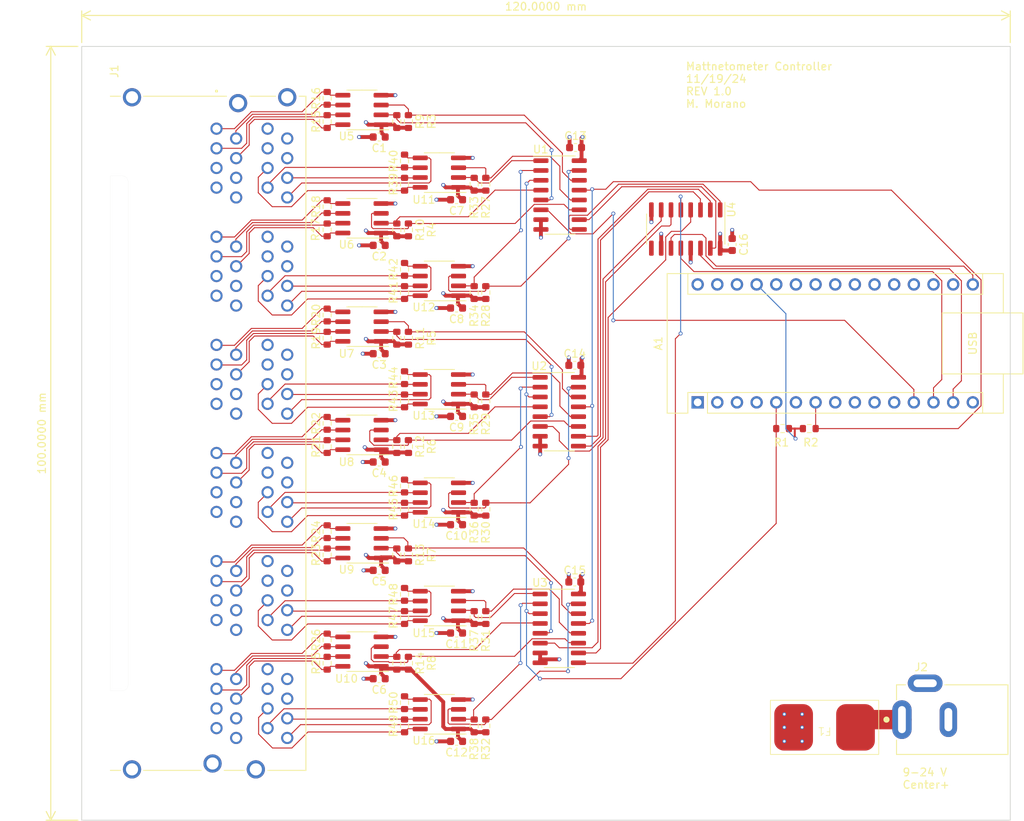
<source format=kicad_pcb>
(kicad_pcb (version 20221018) (generator pcbnew)
  (layers (0 "F.Cu" signal) (1 "In1.Cu" signal) (2 "In2.Cu" signal) (31 "B.Cu" signal) (34 "B.Paste" user) (35 "F.Paste" user) (36 "B.SilkS" user "B.Silkscreen") (37 "F.SilkS" user "F.Silkscreen") (38 "B.Mask" user) (39 "F.Mask" user) (44 "Edge.Cuts" user))
  (net 0 "")
  (net 2 "/RX")
  (net 4 "GND")
  (net 5 "/D2")
  (net 6 "/D3")
  (net 7 "/D4")
  (net 8 "/D5")
  (net 9 "/D6")
  (net 10 "/D7")
  (net 11 "/D8")
  (net 12 "/D9")
  (net 13 "/D10")
  (net 14 "/D11")
  (net 15 "/D12")
  (net 20 "/INT")
  (net 21 "+5V")
  (net 28 "/SS")
  (net 29 "/MOSI")
  (net 31 "/SCK")
  (net 40 "/U1A")
  (net 41 "/U1B")
  (net 42 "/U1Z")
  (net 43 "/U1Y")
  (net 44 "/U2A")
  (net 45 "/U2B")
  (net 46 "/U2Z")
  (net 47 "/U2Y")
  (net 48 "/D1")
  (net 49 "/R1")
  (net 50 "/R2")
  (net 51 "/R3")
  (net 52 "/R4")
  (net 53 "/R5")
  (net 54 "/R6")
  (net 55 "/R12")
  (net 56 "/R11")
  (net 57 "/R10")
  (net 58 "/R9")
  (net 59 "/R8")
  (net 60 "/R7")
  (net 61 "/U3B")
  (net 62 "/U3A")
  (net 63 "+9V")
  (net 64 "/U3Z")
  (net 65 "/U3Y")
  (net 66 "/U4A")
  (net 67 "/U4B")
  (net 68 "/U4Z")
  (net 69 "/U4Y")
  (net 70 "/U5A")
  (net 71 "/U5B")
  (net 72 "/U5Z")
  (net 73 "/U5Y")
  (net 74 "/U6A")
  (net 75 "/U6B")
  (net 76 "/U6Z")
  (net 77 "/U6Y")
  (net 78 "/U7A")
  (net 79 "/U7B")
  (net 80 "/U7Z")
  (net 81 "/U7Y")
  (net 82 "/U8A")
  (net 83 "/U8B")
  (net 84 "/U8Z")
  (net 85 "/U8Y")
  (net 86 "/U9A")
  (net 87 "/U9B")
  (net 88 "/U9Z")
  (net 89 "/U9Y")
  (net 90 "/U10A")
  (net 91 "/U10B")
  (net 92 "/U10Z")
  (net 93 "/U10Y")
  (net 94 "/U11A")
  (net 95 "/U11B")
  (net 96 "/U11Z")
  (net 97 "/U11Y")
  (net 98 "/U12A")
  (net 99 "/U12B")
  (net 100 "/U12Z")
  (net 101 "/U12Y")
  (net 103 "/1E")
  (net 104 "/1A")
  (net 105 "/1B")
  (net 106 "/2E")
  (net 107 "/2B")
  (net 108 "/2A")
  (net 109 "/3E")
  (net 110 "/3B")
  (net 111 "/3A")
  (net 112 "Net-(F1-Pad1)")
  (footprint "Resistor_SMD:R_0603_1608Metric" (layer "F.Cu") (at 111.72 53.71 90)
    (fp_text reference "R17")
    (fp_text value "220")
  )
  (footprint "components:0031.7701.22" (layer "F.Cu") (at 176 118 180)
    (fp_text reference "F1")
    (fp_text value "Fuse")
  )
  (footprint "Package_SO:SOIC-8_3.9x4.9mm_P1.27mm" (layer "F.Cu") (at 116.22 108.21 180)
    (fp_text reference "U10")
    (fp_text value "SN75179")
  )
  (footprint "Capacitor_SMD:C_0603_1608Metric" (layer "F.Cu") (at 143.82 43.07 180)
    (fp_text reference "C13")
    (fp_text value "0.1u")
  )
  (footprint "Package_SO:SOIC-8_3.9x4.9mm_P1.27mm" (layer "F.Cu") (at 126.22 60.31 180)
    (fp_text reference "U12")
    (fp_text value "SN75179")
  )
  (footprint "Package_SO:SOIC-16_3.9x9.9mm_P1.27mm" (layer "F.Cu") (at 158.0615 53.6 -90)
    (fp_text reference "U4")
    (fp_text value "74HC595")
  )
  (footprint "Resistor_SMD:R_0603_1608Metric" (layer "F.Cu") (at 111.72 106.71 90)
    (fp_text reference "R26")
    (fp_text value "220")
  )
  (footprint "Package_SO:SOIC-8_3.9x4.9mm_P1.27mm" (layer "F.Cu") (at 126.22 74.31 180)
    (fp_text reference "U13")
    (fp_text value "SN75179")
  )
  (footprint "Package_SO:SOIC-8_3.9x4.9mm_P1.27mm" (layer "F.Cu") (at 126.22 116.31 180)
    (fp_text reference "U16")
    (fp_text value "SN75179")
  )
  (footprint "Resistor_SMD:R_0603_1608Metric" (layer "F.Cu") (at 121.72 114.81 90)
    (fp_text reference "R50")
    (fp_text value "220")
  )
  (footprint "Resistor_SMD:R_0603_1608Metric" (layer "F.Cu") (at 122.22 39.71 -90)
    (fp_text reference "R3")
    (fp_text value "10k")
  )
  (footprint "Package_SO:SOIC-16_3.9x9.9mm_P1.27mm" (layer "F.Cu") (at 141.72 105.21)
    (fp_text reference "U3")
    (fp_text value "CD4052")
  )
  (footprint "Capacitor_SMD:C_0603_1608Metric" (layer "F.Cu") (at 143.72 71.21 180)
    (fp_text reference "C14")
    (fp_text value "0.1u")
  )
  (footprint "Package_SO:SOIC-8_3.9x4.9mm_P1.27mm" (layer "F.Cu") (at 116.22 38.21 180)
    (fp_text reference "U5")
    (fp_text value "SN75179")
  )
  (footprint "Resistor_SMD:R_0603_1608Metric" (layer "F.Cu") (at 120.72 53.71 -90)
    (fp_text reference "R10")
    (fp_text value "10k")
  )
  (footprint "Resistor_SMD:R_0603_1608Metric" (layer "F.Cu") (at 122.22 53.71 -90)
    (fp_text reference "R4")
    (fp_text value "10k")
  )
  (footprint "Resistor_SMD:R_0603_1608Metric" (layer "F.Cu") (at 121.72 44.81 90)
    (fp_text reference "R40")
    (fp_text value "220")
  )
  (footprint "Package_SO:SOIC-8_3.9x4.9mm_P1.27mm" (layer "F.Cu") (at 126.22 88.31 180)
    (fp_text reference "U14")
    (fp_text value "SN75179")
  )
  (footprint "Package_SO:SOIC-8_3.9x4.9mm_P1.27mm" (layer "F.Cu") (at 116.22 52.21 180)
    (fp_text reference "U6")
    (fp_text value "SN75179")
  )
  (footprint "components:TE_5569263-1" (layer "F.Cu") (at 91.07 80 -90)
    (fp_text reference "J1")
    (fp_text value "5569263-1")
    (fp_line (start -33.27 7.37) (end -33.27 5.84) (stroke (width 0.01)) (layer "Edge.Cuts"))
    (fp_line (start -32.51 5.08) (end 32.51 5.08) (stroke (width 0.01)) (layer "Edge.Cuts"))
    (fp_line (start 33.27 5.84) (end 33.27 7.37) (stroke (width 0.01)) (layer "Edge.Cuts"))
    (fp_line (start 33.27 7.37) (end -33.27 7.37) (stroke (width 0.01)) (layer "Edge.Cuts"))
    (fp_arc (start -33.27 5.84) (mid -33.047401 5.302599) (end -32.51 5.08) (stroke (width 0.01)) (layer "Edge.Cuts"))
    (fp_arc (start 32.51 5.08) (mid 33.047401 5.302599) (end 33.27 5.84) (stroke (width 0.01)) (layer "Edge.Cuts"))
  )
  (footprint "Capacitor_SMD:C_0603_1608Metric" (layer "F.Cu") (at 118.445 97.71 180)
    (fp_text reference "C5")
    (fp_text value "0.1u")
  )
  (footprint "Module:Arduino_Nano" (layer "F.Cu") (at 159.6 76 90)
    (fp_text reference "A1")
    (fp_text value "Arduino_Nano_v3.x")
  )
  (footprint "Resistor_SMD:R_0603_1608Metric" (layer "F.Cu") (at 111.72 67.71 90)
    (fp_text reference "R19")
    (fp_text value "220")
  )
  (footprint "Resistor_SMD:R_0603_1608Metric" (layer "F.Cu") (at 121.72 86.81 90)
    (fp_text reference "R46")
    (fp_text value "220")
  )
  (footprint "Resistor_SMD:R_0603_1608Metric" (layer "F.Cu") (at 122.22 95.71 -90)
    (fp_text reference "R7")
    (fp_text value "10k")
  )
  (footprint "Capacitor_SMD:C_0603_1608Metric" (layer "F.Cu") (at 164.0615 55.6 90)
    (fp_text reference "C16")
    (fp_text value "0.1u")
  )
  (footprint "Resistor_SMD:R_0603_1608Metric" (layer "F.Cu") (at 132.22 117.81 -90)
    (fp_text reference "R32")
    (fp_text value "10k")
  )
  (footprint "Resistor_SMD:R_0603_1608Metric" (layer "F.Cu") (at 130.72 89.81 -90)
    (fp_text reference "R36")
    (fp_text value "10k")
  )
  (footprint "Resistor_SMD:R_0603_1608Metric" (layer "F.Cu") (at 121.72 61.81 90)
    (fp_text reference "R41")
    (fp_text value "220")
  )
  (footprint "Resistor_SMD:R_0603_1608Metric" (layer "F.Cu") (at 120.72 109.71 -90)
    (fp_text reference "R14")
    (fp_text value "10k")
  )
  (footprint "Resistor_SMD:R_0603_1608Metric" (layer "F.Cu") (at 121.72 100.81 90)
    (fp_text reference "R48")
    (fp_text value "220")
  )
  (footprint "Capacitor_SMD:C_0603_1608Metric" (layer "F.Cu") (at 128.445 105.81 180)
    (fp_text reference "C11")
    (fp_text value "0.1u")
  )
  (footprint "Capacitor_SMD:C_0603_1608Metric" (layer "F.Cu") (at 128.445 77.81 180)
    (fp_text reference "C9")
    (fp_text value "0.1u")
  )
  (footprint "Resistor_SMD:R_0603_1608Metric" (layer "F.Cu") (at 122.22 81.71 -90)
    (fp_text reference "R6")
    (fp_text value "10k")
  )
  (footprint "Package_SO:SOIC-8_3.9x4.9mm_P1.27mm" (layer "F.Cu") (at 126.22 46.31 180)
    (fp_text reference "U11")
    (fp_text value "SN75179")
  )
  (footprint "Resistor_SMD:R_0603_1608Metric" (layer "F.Cu") (at 121.72 75.81 90)
    (fp_text reference "R43")
    (fp_text value "220")
  )
  (footprint "Resistor_SMD:R_0603_1608Metric" (layer "F.Cu") (at 132.22 103.81 -90)
    (fp_text reference "R31")
    (fp_text value "10k")
  )
  (footprint "Resistor_SMD:R_0603_1608Metric" (layer "F.Cu") (at 130.72 75.81 -90)
    (fp_text reference "R35")
    (fp_text value "10k")
  )
  (footprint "Capacitor_SMD:C_0603_1608Metric" (layer "F.Cu") (at 118.445 41.71 180)
    (fp_text reference "C1")
    (fp_text value "0.1u")
  )
  (footprint "Capacitor_SMD:C_0603_1608Metric" (layer "F.Cu") (at 118.445 83.71 180)
    (fp_text reference "C4")
    (fp_text value "0.1u")
  )
  (footprint "Package_SO:SOIC-8_3.9x4.9mm_P1.27mm" (layer "F.Cu") (at 116.22 66.21 180)
    (fp_text reference "U7")
    (fp_text value "SN75179")
  )
  (footprint "Resistor_SMD:R_0603_1608Metric" (layer "F.Cu") (at 132.22 47.81 -90)
    (fp_text reference "R27")
    (fp_text value "10k")
  )
  (footprint "Resistor_SMD:R_0603_1608Metric" (layer "F.Cu") (at 130.72 117.81 -90)
    (fp_text reference "R38")
    (fp_text value "10k")
  )
  (footprint "Resistor_SMD:R_0603_1608Metric" (layer "F.Cu") (at 132.22 61.81 -90)
    (fp_text reference "R28")
    (fp_text value "10k")
  )
  (footprint "Capacitor_SMD:C_0603_1608Metric" (layer "F.Cu") (at 118.445 55.71 180)
    (fp_text reference "C2")
    (fp_text value "0.1u")
  )
  (footprint "Resistor_SMD:R_0603_1608Metric" (layer "F.Cu") (at 111.72 64.71 90)
    (fp_text reference "R20")
    (fp_text value "220")
  )
  (footprint "Capacitor_SMD:C_0603_1608Metric" (layer "F.Cu") (at 128.445 49.81 180)
    (fp_text reference "C7")
    (fp_text value "0.1u")
  )
  (footprint "Resistor_SMD:R_0603_1608Metric" (layer "F.Cu") (at 111.72 39.71 90)
    (fp_text reference "R15")
    (fp_text value "220")
  )
  (footprint "Resistor_SMD:R_0603_1608Metric" (layer "F.Cu") (at 111.72 50.71 90)
    (fp_text reference "R18")
    (fp_text value "220")
  )
  (footprint "Package_SO:SOIC-8_3.9x4.9mm_P1.27mm" (layer "F.Cu") (at 116.22 94.21 180)
    (fp_text reference "U9")
    (fp_text value "SN75179")
  )
  (footprint "Resistor_SMD:R_0603_1608Metric" (layer "F.Cu") (at 121.72 47.81 90)
    (fp_text reference "R39")
    (fp_text value "220")
  )
  (footprint "Resistor_SMD:R_0603_1608Metric" (layer "F.Cu") (at 121.72 103.81 90)
    (fp_text reference "R47")
    (fp_text value "220")
  )
  (footprint "Resistor_SMD:R_0603_1608Metric" (layer "F.Cu") (at 130.72 103.81 -90)
    (fp_text reference "R37")
    (fp_text value "10k")
  )
  (footprint "Resistor_SMD:R_0603_1608Metric" (layer "F.Cu") (at 120.72 39.71 -90)
    (fp_text reference "R9")
    (fp_text value "10k")
  )
  (footprint "Resistor_SMD:R_0603_1608Metric" (layer "F.Cu") (at 120.72 81.71 -90)
    (fp_text reference "R12")
    (fp_text value "10k")
  )
  (footprint "Resistor_SMD:R_0603_1608Metric" (layer "F.Cu") (at 120.72 67.71 -90)
    (fp_text reference "R11")
    (fp_text value "10k")
  )
  (footprint "Resistor_SMD:R_0603_1608Metric" (layer "F.Cu") (at 122.22 109.71 -90)
    (fp_text reference "R8")
    (fp_text value "10k")
  )
  (footprint "Capacitor_SMD:C_0603_1608Metric" (layer "F.Cu") (at 143.72 99.21 180)
    (fp_text reference "C15")
    (fp_text value "0.1u")
  )
  (footprint "Resistor_SMD:R_0603_1608Metric" (layer "F.Cu") (at 174.025 79.39 180)
    (fp_text reference "R1")
    (fp_text value "10k")
  )
  (footprint "Resistor_SMD:R_0603_1608Metric" (layer "F.Cu") (at 121.72 117.81 90)
    (fp_text reference "R49")
    (fp_text value "220")
  )
  (footprint "Resistor_SMD:R_0603_1608Metric" (layer "F.Cu") (at 121.72 89.81 90)
    (fp_text reference "R45")
    (fp_text value "220")
  )
  (footprint "Resistor_SMD:R_0603_1608Metric" (layer "F.Cu") (at 170.575 79.39)
    (fp_text reference "R2")
    (fp_text value "10k")
  )
  (footprint "Package_SO:SOIC-8_3.9x4.9mm_P1.27mm" (layer "F.Cu") (at 116.22 80.21 180)
    (fp_text reference "U8")
    (fp_text value "SN75179")
  )
  (footprint "Resistor_SMD:R_0603_1608Metric" (layer "F.Cu") (at 111.72 95.71 90)
    (fp_text reference "R23")
    (fp_text value "220")
  )
  (footprint "Capacitor_SMD:C_0603_1608Metric" (layer "F.Cu") (at 128.445 63.81 180)
    (fp_text reference "C8")
    (fp_text value "0.1u")
  )
  (footprint "components:CUI_PJ-002BH" (layer "F.Cu") (at 186 117)
    (fp_text reference "J2")
    (fp_text value "9V")
  )
  (footprint "Resistor_SMD:R_0603_1608Metric" (layer "F.Cu") (at 111.72 36.71 90)
    (fp_text reference "R16")
    (fp_text value "220")
  )
  (footprint "Resistor_SMD:R_0603_1608Metric" (layer "F.Cu") (at 132.22 89.81 -90)
    (fp_text reference "R30")
    (fp_text value "10k")
  )
  (footprint "Package_SO:SOIC-8_3.9x4.9mm_P1.27mm" (layer "F.Cu") (at 126.22 102.31 180)
    (fp_text reference "U15")
    (fp_text value "SN75179")
  )
  (footprint "Resistor_SMD:R_0603_1608Metric" (layer "F.Cu") (at 111.72 78.71 90)
    (fp_text reference "R22")
    (fp_text value "220")
  )
  (footprint "Resistor_SMD:R_0603_1608Metric" (layer "F.Cu") (at 122.22 67.71 -90)
    (fp_text reference "R5")
    (fp_text value "10k")
  )
  (footprint "Resistor_SMD:R_0603_1608Metric" (layer "F.Cu") (at 111.72 81.71 90)
    (fp_text reference "R21")
    (fp_text value "220")
  )
  (footprint "Capacitor_SMD:C_0603_1608Metric" (layer "F.Cu") (at 118.445 111.71 180)
    (fp_text reference "C6")
    (fp_text value "0.1u")
  )
  (footprint "Resistor_SMD:R_0603_1608Metric" (layer "F.Cu") (at 111.72 109.71 90)
    (fp_text reference "R25")
    (fp_text value "220")
  )
  (footprint "Resistor_SMD:R_0603_1608Metric" (layer "F.Cu") (at 120.72 95.71 -90)
    (fp_text reference "R13")
    (fp_text value "10k")
  )
  (footprint "Resistor_SMD:R_0603_1608Metric" (layer "F.Cu") (at 132.22 75.81 -90)
    (fp_text reference "R29")
    (fp_text value "10k")
  )
  (footprint "Capacitor_SMD:C_0603_1608Metric" (layer "F.Cu") (at 128.445 119.81 180)
    (fp_text reference "C12")
    (fp_text value "0.1u")
  )
  (footprint "Resistor_SMD:R_0603_1608Metric" (layer "F.Cu") (at 130.72 61.81 -90)
    (fp_text reference "R34")
    (fp_text value "10k")
  )
  (footprint "Resistor_SMD:R_0603_1608Metric" (layer "F.Cu") (at 130.72 47.81 -90)
    (fp_text reference "R33")
    (fp_text value "10k")
  )
  (footprint "Package_SO:SOIC-16_3.9x9.9mm_P1.27mm" (layer "F.Cu") (at 141.72 77.21)
    (fp_text reference "U2")
    (fp_text value "CD4052")
  )
  (footprint "Resistor_SMD:R_0603_1608Metric" (layer "F.Cu") (at 121.72 72.81 90)
    (fp_text reference "R44")
    (fp_text value "220")
  )
  (footprint "Resistor_SMD:R_0603_1608Metric" (layer "F.Cu") (at 111.72 92.71 90)
    (fp_text reference "R24")
    (fp_text value "220")
  )
  (footprint "Capacitor_SMD:C_0603_1608Metric" (layer "F.Cu") (at 128.445 91.81 180)
    (fp_text reference "C10")
    (fp_text value "0.1u")
  )
  (footprint "Capacitor_SMD:C_0603_1608Metric" (layer "F.Cu") (at 118.445 69.71 180)
    (fp_text reference "C3")
    (fp_text value "0.1u")
  )
  (footprint "Resistor_SMD:R_0603_1608Metric" (layer "F.Cu") (at 121.72 58.81 90)
    (fp_text reference "R42")
    (fp_text value "220")
  )
  (footprint "Package_SO:SOIC-16_3.9x9.9mm_P1.27mm" (layer "F.Cu") (at 141.82 49.21)
    (fp_text reference "U1")
    (fp_text value "CD4052")
  )
  (gr_rect (start 80 30) (end 200 130) (stroke (width 0.1)) (fill none) (layer "Edge.Cuts"))
  (gr_text "9-24 V\nCenter+" (at 186 126) (layer "F.SilkS") (effects (font (size 1 1)) (justify left bottom)))
  (gr_text "Mattnetometer Controller\n11/19/24\nREV 1.0\nM. Morano" (at 158 38) (layer "F.SilkS") (effects (font (size 1 1)) (justify left bottom)))
  (dimension (type aligned) (layer "F.SilkS") (pts (xy 80 30) (xy 200 30)) (height -4) (gr_text "120.0000 mm" (at 140 24.85) (layer "F.SilkS") (effects (font (size 1 1) (thickness 0.15)))) (format (prefix "") (suffix "") (units 3) (units_format 1) (precision 4)) (style (thickness 0.15) (arrow_length 1.27) (text_position_mode 0) (extension_height 0.58642) (extension_offset 0.5) keep_text_aligned))
  (dimension (type aligned) (layer "F.SilkS") (pts (xy 80 30) (xy 80 130)) (height 4) (gr_text "100.0000 mm" (at 74.85 80 90) (layer "F.SilkS") (effects (font (size 1 1) (thickness 0.15)))) (format (prefix "") (suffix "") (units 3) (units_format 1) (precision 4)) (style (thickness 0.15) (arrow_length 1.27) (text_position_mode 0) (extension_height 0.58642) (extension_offset 0.5) keep_text_aligned))
  (segment (start 169.75 79.39) (end 169.75 91.642448) (width 0.127) (layer "F.Cu") (net 2))
  (segment (start 149.682448 111.71) (end 139.22 111.71) (width 0.127) (layer "F.Cu") (net 2))
  (segment (start 169.75 91.642448) (end 149.682448 111.71) (width 0.127) (layer "F.Cu") (net 2))
  (segment (start 137.915 47.305) (end 139.345 47.305) (width 0.127) (layer "F.Cu") (net 2))
  (segment (start 169.75 76.01) (end 169.76 76) (width 0.127) (layer "F.Cu") (net 2))
  (segment (start 137.4965 47.7235) (end 137.915 47.305) (width 0.127) (layer "F.Cu") (net 2))
  (segment (start 169.75 79.39) (end 169.75 76.01) (width 0.127) (layer "F.Cu") (net 2))
  (segment (start 137.47 74.973) (end 137.802 75.305) (width 0.127) (layer "F.Cu") (net 2))
  (segment (start 137.47 74.973) (end 137.47 74.96) (width 0.127) (layer "F.Cu") (net 2))
  (segment (start 137.4965 47.7365) (end 137.4965 47.7235) (width 0.127) (layer "F.Cu") (net 2))
  (segment (start 139.245 103.305) (end 137.815 103.305) (width 0.127) (layer "F.Cu") (net 2))
  (segment (start 137.483 102.973) (end 137.815 103.305) (width 0.127) (layer "F.Cu") (net 2))
  (segment (start 137.483 102.973) (end 137.483 102.96) (width 0.127) (layer "F.Cu") (net 2))
  (segment (start 139.232 75.305) (end 137.802 75.305) (width 0.127) (layer "F.Cu") (net 2))
  (via (at 137.4965 47.7365) (size 0.5) (drill 0.3) (layers "F.Cu" "B.Cu") (net 2))
  (via (at 137.47 74.96) (size 0.5) (drill 0.3) (layers "F.Cu" "B.Cu") (net 2))
  (via (at 139.22 111.71) (size 0.5) (drill 0.3) (layers "F.Cu" "B.Cu") (net 2))
  (via (at 137.483 102.96) (size 0.5) (drill 0.3) (layers "F.Cu" "B.Cu") (net 2))
  (segment (start 139.22 111.71) (end 137.483 109.973) (width 0.127) (layer "B.Cu") (net 2))
  (segment (start 137.47 102.947) (end 137.483 102.96) (width 0.127) (layer "B.Cu") (net 2))
  (segment (start 137.483 109.973) (end 137.483 102.96) (width 0.127) (layer "B.Cu") (net 2))
  (segment (start 137.4965 47.7365) (end 137.47 47.763) (width 0.127) (layer "B.Cu") (net 2))
  (segment (start 137.47 74.96) (end 137.47 102.947) (width 0.127) (layer "B.Cu") (net 2))
  (segment (start 137.47 47.763) (end 137.47 74.96) (width 0.127) (layer "B.Cu") (net 2))
  (segment (start 116.32 83.71) (end 117.67 83.71) (width 0.5) (layer "F.Cu") (net 4))
  (segment (start 130.525 114.405) (end 128.695 114.405) (width 0.5) (layer "F.Cu") (net 4))
  (segment (start 130.525 72.405) (end 128.695 72.405) (width 0.5) (layer "F.Cu") (net 4))
  (segment (start 120.525 36.305) (end 118.695 36.305) (width 0.5) (layer "F.Cu") (net 4))
  (segment (start 125.84 49.81) (end 127.67 49.81) (width 0.5) (layer "F.Cu") (net 4))
  (segment (start 116.42 97.71) (end 117.67 97.71) (width 0.5) (layer "F.Cu") (net 4))
  (segment (start 130.525 100.405) (end 128.695 100.405) (width 0.5) (layer "F.Cu") (net 4))
  (segment (start 115.84 55.71) (end 117.67 55.71) (width 0.5) (layer "F.Cu") (net 4))
  (segment (start 143.045 41.71) (end 143.045 43.07) (width 0.5) (layer "F.Cu") (net 4))
  (segment (start 164.0615 53.71) (end 164.0615 54.825) (width 0.5) (layer "F.Cu") (net 4))
  (segment (start 158.6965 57.905) (end 158.6965 56.075) (width 0.5) (layer "F.Cu") (net 4))
  (segment (start 120.525 78.305) (end 118.695 78.305) (width 0.5) (layer "F.Cu") (net 4))
  (segment (start 116.42 111.71) (end 117.67 111.71) (width 0.5) (layer "F.Cu") (net 4))
  (segment (start 130.525 44.405) (end 128.695 44.405) (width 0.5) (layer "F.Cu") (net 4))
  (segment (start 120.525 92.305) (end 118.695 92.305) (width 0.5) (layer "F.Cu") (net 4))
  (segment (start 125.84 119.81) (end 127.67 119.81) (width 0.5) (layer "F.Cu") (net 4))
  (segment (start 139.345 52.385) (end 139.345 54.71) (width 0.5) (layer "F.Cu") (net 4))
  (segment (start 139.245 80.385) (end 139.245 82.71) (width 0.5) (layer "F.Cu") (net 4))
  (segment (start 142.945 98.21) (end 142.945 99.21) (width 0.5) (layer "F.Cu") (net 4))
  (segment (start 116.32 69.71) (end 117.67 69.71) (width 0.5) (layer "F.Cu") (net 4))
  (segment (start 130.525 58.405) (end 128.695 58.405) (width 0.5) (layer "F.Cu") (net 4))
  (segment (start 153.6165 52.71) (end 153.6165 51.125) (width 0.5) (layer "F.Cu") (net 4))
  (segment (start 120.525 106.305) (end 118.695 106.305) (width 0.5) (layer "F.Cu") (net 4))
  (segment (start 139.245 109.21) (end 139.245 109.655) (width 0.5) (layer "F.Cu") (net 4))
  (segment (start 142.945 70.21) (end 142.945 71.21) (width 0.5) (layer "F.Cu") (net 4))
  (segment (start 125.84 63.81) (end 127.67 63.81) (width 0.5) (layer "F.Cu") (net 4))
  (segment (start 141.72 109.21) (end 139.245 109.21) (width 0.5) (layer "F.Cu") (net 4))
  (segment (start 139.245 108.385) (end 139.245 109.655) (width 0.5) (layer "F.Cu") (net 4))
  (segment (start 120.525 64.305) (end 118.695 64.305) (width 0.5) (layer "F.Cu") (net 4))
  (segment (start 125.84 91.81) (end 127.67 91.81) (width 0.5) (layer "F.Cu") (net 4))
  (segment (start 115.84 41.71) (end 117.67 41.71) (width 0.5) (layer "F.Cu") (net 4))
  (segment (start 120.525 50.305) (end 118.695 50.305) (width 0.5) (layer "F.Cu") (net 4))
  (segment (start 125.84 77.81) (end 127.67 77.81) (width 0.5) (layer "F.Cu") (net 4))
  (segment (start 125.84 105.81) (end 127.67 105.81) (width 0.5) (layer "F.Cu") (net 4))
  (segment (start 130.525 86.405) (end 128.695 86.405) (width 0.5) (layer "F.Cu") (net 4))
  (via (at 125.84 77.81) (size 0.5) (drill 0.3) (layers "F.Cu" "B.Cu") (net 4))
  (via (at 120.525 92.305) (size 0.5) (drill 0.3) (layers "F.Cu" "B.Cu") (net 4))
  (via (at 143.045 41.71) (size 0.5) (drill 0.3) (layers "F.Cu" "B.Cu") (net 4))
  (via (at 116.32 83.71) (size 0.5) (drill 0.3) (layers "F.Cu" "B.Cu") (net 4))
  (via (at 130.525 86.405) (size 0.5) (drill 0.3) (layers "F.Cu" "B.Cu") (net 4))
  (via (at 158.6965 57.905) (size 0.5) (drill 0.3) (layers "F.Cu" "B.Cu") (net 4))
  (via (at 125.84 91.81) (size 0.5) (drill 0.3) (layers "F.Cu" "B.Cu") (net 4))
  (via (at 120.525 50.305) (size 0.5) (drill 0.3) (layers "F.Cu" "B.Cu") (net 4))
  (via (at 130.525 100.405) (size 0.5) (drill 0.3) (layers "F.Cu" "B.Cu") (net 4))
  (via (at 142.945 70.21) (size 0.5) (drill 0.3) (layers "F.Cu" "B.Cu") (net 4))
  (via (at 142.945 98.21) (size 0.5) (drill 0.3) (layers "F.Cu" "B.Cu") (net 4))
  (via (at 120.525 64.305) (size 0.5) (drill 0.3) (layers "F.Cu" "B.Cu") (net 4))
  (via (at 125.84 49.81) (size 0.5) (drill 0.3) (layers "F.Cu" "B.Cu") (net 4))
  (via (at 130.525 72.405) (size 0.5) (drill 0.3) (layers "F.Cu" "B.Cu") (net 4))
  (via (at 125.84 63.81) (size 0.5) (drill 0.3) (layers "F.Cu" "B.Cu") (net 4))
  (via (at 116.42 97.71) (size 0.5) (drill 0.3) (layers "F.Cu" "B.Cu") (net 4))
  (via (at 116.32 69.71) (size 0.5) (drill 0.3) (layers "F.Cu" "B.Cu") (net 4))
  (via (at 125.84 119.81) (size 0.5) (drill 0.3) (layers "F.Cu" "B.Cu") (net 4))
  (via (at 116.42 111.71) (size 0.5) (drill 0.3) (layers "F.Cu" "B.Cu") (net 4))
  (via (at 153.6165 52.71) (size 0.5) (drill 0.3) (layers "F.Cu" "B.Cu") (net 4))
  (via (at 120.525 36.305) (size 0.5) (drill 0.3) (layers "F.Cu" "B.Cu") (net 4))
  (via (at 164.0615 53.71) (size 0.5) (drill 0.3) (layers "F.Cu" "B.Cu") (net 4))
  (via (at 130.525 58.405) (size 0.5) (drill 0.3) (layers "F.Cu" "B.Cu") (net 4))
  (via (at 130.525 114.405) (size 0.5) (drill 0.3) (layers "F.Cu" "B.Cu") (net 4))
  (via (at 141.72 109.21) (size 0.5) (drill 0.3) (layers "F.Cu" "B.Cu") (net 4))
  (via (at 115.84 41.71) (size 0.5) (drill 0.3) (layers "F.Cu" "B.Cu") (net 4))
  (via (at 130.525 44.405) (size 0.5) (drill 0.3) (layers "F.Cu" "B.Cu") (net 4))
  (via (at 120.525 106.305) (size 0.5) (drill 0.3) (layers "F.Cu" "B.Cu") (net 4))
  (via (at 125.84 105.81) (size 0.5) (drill 0.3) (layers "F.Cu" "B.Cu") (net 4))
  (via (at 139.345 54.71) (size 0.5) (drill 0.3) (layers "F.Cu" "B.Cu") (net 4))
  (via (at 120.525 78.305) (size 0.5) (drill 0.3) (layers "F.Cu" "B.Cu") (net 4))
  (via (at 139.245 82.71) (size 0.5) (drill 0.3) (layers "F.Cu" "B.Cu") (net 4))
  (via (at 115.84 55.71) (size 0.5) (drill 0.3) (layers "F.Cu" "B.Cu") (net 4))
  (segment (start 142.12 43.81) (end 137.195 38.885) (width 0.127) (layer "F.Cu") (net 5))
  (segment (start 143.210111 47.305) (end 142.12 46.214889) (width 0.127) (layer "F.Cu") (net 5))
  (segment (start 144.295 47.305) (end 143.210111 47.305) (width 0.127) (layer "F.Cu") (net 5))
  (segment (start 118.695 37.575) (end 121.685 37.575) (width 0.127) (layer "F.Cu") (net 5))
  (segment (start 137.195 38.885) (end 122.22 38.885) (width 0.127) (layer "F.Cu") (net 5))
  (segment (start 122.22 38.11) (end 122.22 38.885) (width 0.127) (layer "F.Cu") (net 5))
  (segment (start 142.12 46.214889) (end 142.12 43.81) (width 0.127) (layer "F.Cu") (net 5))
  (segment (start 121.685 37.575) (end 122.22 38.11) (width 0.127) (layer "F.Cu") (net 5))
  (segment (start 132.22 60.985) (end 136.745 60.985) (width 0.127) (layer "F.Cu") (net 6))
  (segment (start 132.0785 61.6515) (end 132.22 61.51) (width 0.127) (layer "F.Cu") (net 6))
  (segment (start 128.695 59.675) (end 127.555 59.675) (width 0.127) (layer "F.Cu") (net 6))
  (segment (start 127.555 59.675) (end 127.42 59.81) (width 0.127) (layer "F.Cu") (net 6))
  (segment (start 144.295 46.035) (end 143.095 46.035) (width 0.127) (layer "F.Cu") (net 6))
  (segment (start 132.22 61.51) (end 132.22 60.985) (width 0.127) (layer "F.Cu") (net 6))
  (segment (start 136.745 60.985) (end 142.92 54.81) (width 0.127) (layer "F.Cu") (net 6))
  (segment (start 143.095 46.035) (end 142.92 46.21) (width 0.127) (layer "F.Cu") (net 6))
  (segment (start 127.42 59.81) (end 127.42 61.485) (width 0.127) (layer "F.Cu") (net 6))
  (segment (start 127.5865 61.6515) (end 132.0785 61.6515) (width 0.127) (layer "F.Cu") (net 6))
  (segment (start 127.42 61.485) (end 127.5865 61.6515) (width 0.127) (layer "F.Cu") (net 6))
  (via (at 142.92 54.81) (size 0.5) (drill 0.3) (layers "F.Cu" "B.Cu") (net 6))
  (via (at 142.92 46.21) (size 0.5) (drill 0.3) (layers "F.Cu" "B.Cu") (net 6))
  (segment (start 142.92 54.81) (end 142.92 46.21) (width 0.127) (layer "B.Cu") (net 6))
  (segment (start 122.22 52.885) (end 136.015223 52.885) (width 0.127) (layer "F.Cu") (net 7))
  (segment (start 118.695 51.575) (end 117.555 51.575) (width 0.127) (layer "F.Cu") (net 7))
  (segment (start 142.32 50.41) (end 143.025 51.115) (width 0.127) (layer "F.Cu") (net 7))
  (segment (start 117.4565 53.3465) (end 117.6615 53.5515) (width 0.127) (layer "F.Cu") (net 7))
  (segment (start 117.4565 51.6735) (end 117.4565 53.3465) (width 0.127) (layer "F.Cu") (net 7))
  (segment (start 117.6615 53.5515) (end 122.12 53.5515) (width 0.127) (layer "F.Cu") (net 7))
  (segment (start 138.490223 50.41) (end 142.32 50.41) (width 0.127) (layer "F.Cu") (net 7))
  (segment (start 143.025 51.115) (end 144.295 51.115) (width 0.127) (layer "F.Cu") (net 7))
  (segment (start 122.12 53.5515) (end 122.22 53.4515) (width 0.127) (layer "F.Cu") (net 7))
  (segment (start 136.015223 52.885) (end 138.490223 50.41) (width 0.127) (layer "F.Cu") (net 7))
  (segment (start 122.22 53.4515) (end 122.22 52.885) (width 0.127) (layer "F.Cu") (net 7))
  (segment (start 117.555 51.575) (end 117.4565 51.6735) (width 0.127) (layer "F.Cu") (net 7))
  (segment (start 132.22 74.985) (end 132.88804 74.985) (width 0.127) (layer "F.Cu") (net 8))
  (segment (start 143.155 77.845) (end 144.295 77.845) (width 0.127) (layer "F.Cu") (net 8))
  (segment (start 141.793 76.483) (end 143.155 77.845) (width 0.127) (layer "F.Cu") (net 8))
  (segment (start 135.67154 72.2015) (end 140.5115 72.2015) (width 0.127) (layer "F.Cu") (net 8))
  (segment (start 141.793 73.483) (end 141.793 76.483) (width 0.127) (layer "F.Cu") (net 8))
  (segment (start 128.695 73.675) (end 132.085 73.675) (width 0.127) (layer "F.Cu") (net 8))
  (segment (start 132.085 73.675) (end 132.22 73.81) (width 0.127) (layer "F.Cu") (net 8))
  (segment (start 140.5115 72.2015) (end 141.793 73.483) (width 0.127) (layer "F.Cu") (net 8))
  (segment (start 132.22 73.81) (end 132.22 74.985) (width 0.127) (layer "F.Cu") (net 8))
  (segment (start 132.88804 74.985) (end 135.67154 72.2015) (width 0.127) (layer "F.Cu") (net 8))
  (segment (start 122.22 66.11) (end 122.22 66.885) (width 0.127) (layer "F.Cu") (net 9))
  (segment (start 144.295 75.305) (end 143.210111 75.305) (width 0.127) (layer "F.Cu") (net 9))
  (segment (start 142.12 74.214889) (end 142.12 71.81) (width 0.127) (layer "F.Cu") (net 9))
  (segment (start 137.195 66.885) (end 122.22 66.885) (width 0.127) (layer "F.Cu") (net 9))
  (segment (start 142.12 71.81) (end 137.195 66.885) (width 0.127) (layer "F.Cu") (net 9))
  (segment (start 121.685 65.575) (end 122.22 66.11) (width 0.127) (layer "F.Cu") (net 9))
  (segment (start 143.210111 75.305) (end 142.12 74.214889) (width 0.127) (layer "F.Cu") (net 9))
  (segment (start 118.695 65.575) (end 121.685 65.575) (width 0.127) (layer "F.Cu") (net 9))
  (segment (start 132.22 88.985) (end 136.745 88.985) (width 0.127) (layer "F.Cu") (net 10))
  (segment (start 132.0785 89.6515) (end 132.22 89.51) (width 0.127) (layer "F.Cu") (net 10))
  (segment (start 136.745 88.985) (end 137.945 88.985) (width 0.127) (layer "F.Cu") (net 10))
  (segment (start 127.42 89.485) (end 127.5865 89.6515) (width 0.127) (layer "F.Cu") (net 10))
  (segment (start 127.555 87.675) (end 127.42 87.81) (width 0.127) (layer "F.Cu") (net 10))
  (segment (start 143.095 74.035) (end 142.92 74.21) (width 0.127) (layer "F.Cu") (net 10))
  (segment (start 144.295 74.035) (end 143.095 74.035) (width 0.127) (layer "F.Cu") (net 10))
  (segment (start 137.945 88.985) (end 142.92 84.01) (width 0.127) (layer "F.Cu") (net 10))
  (segment (start 132.22 89.51) (end 132.22 88.985) (width 0.127) (layer "F.Cu") (net 10))
  (segment (start 127.42 87.81) (end 127.42 89.485) (width 0.127) (layer "F.Cu") (net 10))
  (segment (start 142.92 84.01) (end 142.92 83.21) (width 0.127) (layer "F.Cu") (net 10))
  (segment (start 127.5865 89.6515) (end 132.0785 89.6515) (width 0.127) (layer "F.Cu") (net 10))
  (segment (start 128.695 87.675) (end 127.555 87.675) (width 0.127) (layer "F.Cu") (net 10))
  (via (at 142.92 74.21) (size 0.5) (drill 0.3) (layers "F.Cu" "B.Cu") (net 10))
  (via (at 142.92 83.21) (size 0.5) (drill 0.3) (layers "F.Cu" "B.Cu") (net 10))
  (segment (start 142.92 83.21) (end 142.92 74.21) (width 0.127) (layer "B.Cu") (net 10))
  (segment (start 118.695 79.575) (end 117.355 79.575) (width 0.127) (layer "F.Cu") (net 11))
  (segment (start 142.32 78.41) (end 143.025 79.115) (width 0.127) (layer "F.Cu") (net 11))
  (segment (start 117.22 79.71) (end 117.22 81.01) (width 0.127) (layer "F.Cu") (net 11))
  (segment (start 122.12 81.5485) (end 122.22 81.4485) (width 0.127) (layer "F.Cu") (net 11))
  (segment (start 135.545 80.885) (end 138.02 78.41) (width 0.127) (layer "F.Cu") (net 11))
  (segment (start 122.22 81.4485) (end 122.22 80.885) (width 0.127) (layer "F.Cu") (net 11))
  (segment (start 138.02 78.41) (end 142.32 78.41) (width 0.127) (layer "F.Cu") (net 11))
  (segment (start 117.7585 81.5485) (end 122.12 81.5485) (width 0.127) (layer "F.Cu") (net 11))
  (segment (start 122.22 80.885) (end 135.545 80.885) (width 0.127) (layer "F.Cu") (net 11))
  (segment (start 143.025 79.115) (end 144.295 79.115) (width 0.127) (layer "F.Cu") (net 11))
  (segment (start 117.355 79.575) (end 117.22 79.71) (width 0.127) (layer "F.Cu") (net 11))
  (segment (start 117.22 81.01) (end 117.7585 81.5485) (width 0.127) (layer "F.Cu") (net 11))
  (segment (start 132.22 101.82) (end 132.22 102.985) (width 0.127) (layer "F.Cu") (net 12))
  (segment (start 128.62 101.61) (end 132.01 101.61) (width 0.127) (layer "F.Cu") (net 12))
  (segment (start 135.7935 100.1365) (end 140.4365 100.1365) (width 0.127) (layer "F.Cu") (net 12))
  (segment (start 141.718 104.418) (end 143.08 105.78) (width 0.127) (layer "F.Cu") (net 12))
  (segment (start 132.945 102.985) (end 135.7935 100.1365) (width 0.127) (layer "F.Cu") (net 12))
  (segment (start 143.08 105.78) (end 144.22 105.78) (width 0.127) (layer "F.Cu") (net 12))
  (segment (start 140.4365 100.1365) (end 141.718 101.418) (width 0.127) (layer "F.Cu") (net 12))
  (segment (start 132.01 101.61) (end 132.22 101.82) (width 0.127) (layer "F.Cu") (net 12))
  (segment (start 132.22 102.985) (end 132.945 102.985) (width 0.127) (layer "F.Cu") (net 12))
  (segment (start 141.718 101.418) (end 141.718 104.418) (width 0.127) (layer "F.Cu") (net 12))
  (segment (start 142.045 99.745) (end 137.12 94.82) (width 0.127) (layer "F.Cu") (net 13))
  (segment (start 143.135111 103.24) (end 142.045 102.149889) (width 0.127) (layer "F.Cu") (net 13))
  (segment (start 122.145 94.045) (end 122.145 94.82) (width 0.127) (layer "F.Cu") (net 13))
  (segment (start 137.12 94.82) (end 122.145 94.82) (width 0.127) (layer "F.Cu") (net 13))
  (segment (start 144.22 103.24) (end 143.135111 103.24) (width 0.127) (layer "F.Cu") (net 13))
  (segment (start 142.045 102.149889) (end 142.045 99.745) (width 0.127) (layer "F.Cu") (net 13))
  (segment (start 121.61 93.51) (end 122.145 94.045) (width 0.127) (layer "F.Cu") (net 13))
  (segment (start 118.62 93.51) (end 121.61 93.51) (width 0.127) (layer "F.Cu") (net 13))
  (segment (start 139.22 110.745) (end 142.845 110.745) (width 0.127) (layer "F.Cu") (net 14))
  (segment (start 127.345 117.42) (end 127.345 115.745) (width 0.127) (layer "F.Cu") (net 14))
  (segment (start 132.22 116.985) (end 132.945 116.985) (width 0.127) (layer "F.Cu") (net 14))
  (segment (start 139.185 110.745) (end 139.22 110.745) (width 0.127) (layer "F.Cu") (net 14))
  (segment (start 132.22 116.985) (end 132.22 117.46) (width 0.127) (layer "F.Cu") (net 14))
  (segment (start 144.22 101.97) (end 143.02 101.97) (width 0.127) (layer "F.Cu") (net 14))
  (segment (start 132.0315 117.6485) (end 130.253012 117.6485) (width 0.127) (layer "F.Cu") (net 14))
  (segment (start 130.253012 117.6485) (end 130.191012 117.5865) (width 0.127) (layer "F.Cu") (net 14))
  (segment (start 143.02 101.97) (end 142.845 102.145) (width 0.127) (layer "F.Cu") (net 14))
  (segment (start 132.22 117.46) (end 132.0315 117.6485) (width 0.127) (layer "F.Cu") (net 14))
  (segment (start 127.5115 117.5865) (end 127.345 117.42) (width 0.127) (layer "F.Cu") (net 14))
  (segment (start 127.48 115.61) (end 128.62 115.61) (width 0.127) (layer "F.Cu") (net 14))
  (segment (start 127.345 115.745) (end 127.48 115.61) (width 0.127) (layer "F.Cu") (net 14))
  (segment (start 130.191012 117.5865) (end 127.5115 117.5865) (width 0.127) (layer "F.Cu") (net 14))
  (segment (start 132.945 116.985) (end 139.185 110.745) (width 0.127) (layer "F.Cu") (net 14))
  (via (at 142.845 102.145) (size 0.5) (drill 0.3) (layers "F.Cu" "B.Cu") (net 14))
  (via (at 142.845 110.745) (size 0.5) (drill 0.3) (layers "F.Cu" "B.Cu") (net 14))
  (segment (start 142.845 110.745) (end 142.845 102.145) (width 0.127) (layer "B.Cu") (net 14))
  (segment (start 117.42 109.21) (end 117.42 107.81) (width 0.127) (layer "F.Cu") (net 15))
  (segment (start 117.655 107.575) (end 118.695 107.575) (width 0.127) (layer "F.Cu") (net 15))
  (segment (start 122.02 109.61) (end 119.749777 109.61) (width 0.127) (layer "F.Cu") (net 15))
  (segment (start 122.145 109.485) (end 122.02 109.61) (width 0.127) (layer "F.Cu") (net 15))
  (segment (start 144.22 107.05) (end 142.95 107.05) (width 0.127) (layer "F.Cu") (net 15))
  (segment (start 142.4515 106.5515) (end 138.208723 106.5515) (width 0.127) (layer "F.Cu") (net 15))
  (segment (start 119.649777 109.51) (end 117.72 109.51) (width 0.127) (layer "F.Cu") (net 15))
  (segment (start 117.42 107.81) (end 117.655 107.575) (width 0.127) (layer "F.Cu") (net 15))
  (segment (start 119.749777 109.61) (end 119.649777 109.51) (width 0.127) (layer "F.Cu") (net 15))
  (segment (start 122.145 108.82) (end 122.145 109.485) (width 0.127) (layer "F.Cu") (net 15))
  (segment (start 117.72 109.51) (end 117.42 109.21) (width 0.127) (layer "F.Cu") (net 15))
  (segment (start 142.95 107.05) (end 142.4515 106.5515) (width 0.127) (layer "F.Cu") (net 15))
  (segment (start 135.940223 108.82) (end 122.145 108.82) (width 0.127) (layer "F.Cu") (net 15))
  (segment (start 138.208723 106.5515) (end 135.940223 108.82) (width 0.127) (layer "F.Cu") (net 15))
  (segment (start 193.274017 79.39) (end 174.85 79.39) (width 0.127) (layer "F.Cu") (net 20))
  (segment (start 145.97 104.21) (end 145.605 104.575) (width 0.127) (layer "F.Cu") (net 20))
  (segment (start 145.605 104.575) (end 144.195 104.575) (width 0.127) (layer "F.Cu") (net 20))
  (segment (start 147.72 48.46) (end 148.701 47.479) (width 0.127) (layer "F.Cu") (net 20))
  (segment (start 174.85 76.01) (end 174.84 76) (width 0.127) (layer "F.Cu") (net 20))
  (segment (start 184.637 48.574552) (end 196.2235 60.161052) (width 0.127) (layer "F.Cu") (net 20))
  (segment (start 145.855 76.575) (end 145.97 76.46) (width 0.127) (layer "F.Cu") (net 20))
  (segment (start 145.97 48.46) (end 147.72 48.46) (width 0.127) (layer "F.Cu") (net 20))
  (segment (start 145.97 48.46) (end 145.855 48.575) (width 0.127) (layer "F.Cu") (net 20))
  (segment (start 174.85 79.39) (end 174.85 76.01) (width 0.127) (layer "F.Cu") (net 20))
  (segment (start 148.701 47.479) (end 166.451448 47.479) (width 0.127) (layer "F.Cu") (net 20))
  (segment (start 174.84 79.275) (end 174.725 79.39) (width 0.127) (layer "F.Cu") (net 20))
  (segment (start 166.451448 47.479) (end 167.547 48.574552) (width 0.127) (layer "F.Cu") (net 20))
  (segment (start 144.195 76.575) (end 145.855 76.575) (width 0.127) (layer "F.Cu") (net 20))
  (segment (start 196.2235 76.440517) (end 193.274017 79.39) (width 0.127) (layer "F.Cu") (net 20))
  (segment (start 145.855 48.575) (end 144.295 48.575) (width 0.127) (layer "F.Cu") (net 20))
  (segment (start 167.547 48.574552) (end 184.637 48.574552) (width 0.127) (layer "F.Cu") (net 20))
  (segment (start 196.2235 60.161052) (end 196.2235 76.440517) (width 0.127) (layer "F.Cu") (net 20))
  (via (at 145.97 48.46) (size 0.5) (drill 0.3) (layers "F.Cu" "B.Cu") (net 20))
  (via (at 145.97 104.21) (size 0.5) (drill 0.3) (layers "F.Cu" "B.Cu") (net 20))
  (via (at 145.97 76.46) (size 0.5) (drill 0.3) (layers "F.Cu" "B.Cu") (net 20))
  (segment (start 145.97 76.46) (end 145.97 104.21) (width 0.127) (layer "B.Cu") (net 20))
  (segment (start 145.97 48.46) (end 145.97 76.46) (width 0.127) (layer "B.Cu") (net 20))
  (segment (start 144.595 72.465) (end 144.295 72.765) (width 0.5) (layer "F.Cu") (net 21))
  (segment (start 144.72 41.71) (end 144.595 41.835) (width 0.5) (layer "F.Cu") (net 21))
  (segment (start 119.22 83.65) (end 118.695 83.125) (width 0.5) (layer "F.Cu") (net 21))
  (segment (start 118.695 96.115) (end 117.125 96.115) (width 0.5) (layer "F.Cu") (net 21))
  (segment (start 144.495 98.435) (end 144.495 99.21) (width 0.5) (layer "F.Cu") (net 21))
  (segment (start 128.62 104.195) (end 130.225 104.195) (width 0.5) (layer "F.Cu") (net 21))
  (segment (start 154.8865 54.21) (end 154.8865 56.075) (width 0.5) (layer "F.Cu") (net 21))
  (segment (start 164.0615 56.375) (end 162.8065 56.375) (width 0.5) (layer "F.Cu") (net 21))
  (segment (start 118.695 83.125) (end 118.695 82.115) (width 0.5) (layer "F.Cu") (net 21))
  (segment (start 144.595 41.835) (end 144.595 43.07) (width 0.5) (layer "F.Cu") (net 21))
  (segment (start 118.695 96.025) (end 120.3 96.025) (width 0.5) (layer "F.Cu") (net 21))
  (segment (start 144.72 70.21) (end 144.595 70.335) (width 0.5) (layer "F.Cu") (net 21))
  (segment (start 130.225 62.195) (end 130.645 62.615) (width 0.5) (layer "F.Cu") (net 21))
  (segment (start 127.035 62.215) (end 126.72 61.9) (width 0.5) (layer "F.Cu") (net 21))
  (segment (start 128.695 62.215) (end 127.035 62.215) (width 0.5) (layer "F.Cu") (net 21))
  (segment (start 144.72 98.21) (end 144.495 98.435) (width 0.5) (layer "F.Cu") (net 21))
  (segment (start 128.62 105.265) (end 129.145 105.79) (width 0.5) (layer "F.Cu") (net 21))
  (segment (start 144.595 43.07) (end 144.595 44.465) (width 0.5) (layer "F.Cu") (net 21))
  (segment (start 130.645 48.645) (end 132.145 48.645) (width 0.5) (layer "F.Cu") (net 21))
  (segment (start 172.15 79.39) (end 171.475 79.39) (width 0.254) (layer "F.Cu") (net 21))
  (segment (start 128.62 62.195) (end 128.62 63.265) (width 0.5) (layer "F.Cu") (net 21))
  (segment (start 118.695 68.085) (end 118.695 69.155) (width 0.5) (layer "F.Cu") (net 21))
  (segment (start 118.695 55.185) (end 119.22 55.71) (width 0.5) (layer "F.Cu") (net 21))
  (segment (start 128.62 104.195) (end 128.62 105.265) (width 0.5) (layer "F.Cu") (net 21))
  (segment (start 122.22 110.535) (end 122.545 110.535) (width 0.5) (layer "F.Cu") (net 21))
  (segment (start 127.035 90.215) (end 126.72 89.9) (width 0.5) (layer "F.Cu") (net 21))
  (segment (start 119.055 82.475) (end 122.22 82.475) (width 0.5) (layer "F.Cu") (net 21))
  (segment (start 130.25 90.22) (end 130.67 90.64) (width 0.5) (layer "F.Cu") (net 21))
  (segment (start 118.695 68.115) (end 117.035 68.115) (width 0.5) (layer "F.Cu") (net 21))
  (segment (start 117.035 40.115) (end 116.72 39.8) (width 0.5) (layer "F.Cu") (net 21))
  (segment (start 120.3 68.085) (end 120.72 68.505) (width 0.5) (layer "F.Cu") (net 21))
  (segment (start 126.72 117.9) (end 127.035 118.215) (width 0.5) (layer "F.Cu") (net 21))
  (segment (start 118.745 41.16) (end 119.27 41.685) (width 0.5) (layer "F.Cu") (net 21))
  (segment (start 128.645 90.22) (end 128.645 91.29) (width 0.5) (layer "F.Cu") (net 21))
  (segment (start 118.695 54.115) (end 120.3 54.115) (width 0.5) (layer "F.Cu") (net 21))
  (segment (start 130.225 76.195) (end 130.645 76.615) (width 0.5) (layer "F.Cu") (net 21))
  (segment (start 118.695 40.115) (end 117.035 40.115) (width 0.5) (layer "F.Cu") (net 21))
  (segment (start 127.035 104.215) (end 126.72 103.9) (width 0.5) (layer "F.Cu") (net 21))
  (segment (start 130.645 104.615) (end 132.145 104.615) (width 0.5) (layer "F.Cu") (net 21))
  (segment (start 118.695 69.155) (end 119.22 69.68) (width 0.5) (layer "F.Cu") (net 21))
  (segment (start 117.125 110.115) (end 118.695 110.115) (width 0.5) (layer "F.Cu") (net 21))
  (segment (start 117.125 96.115) (end 116.72 95.71) (width 0.5) (layer "F.Cu") (net 21))
  (segment (start 120.72 54.535) (end 122.22 54.535) (width 0.5) (layer "F.Cu") (net 21))
  (segment (start 173.075 79.39) (end 172.15 79.39) (width 0.254) (layer "F.Cu") (net 21))
  (segment (start 118.745 40.09) (end 118.745 41.16) (width 0.5) (layer "F.Cu") (net 21))
  (segment (start 118.695 54.115) (end 117.035 54.115) (width 0.5) (layer "F.Cu") (net 21))
  (segment (start 144.595 70.335) (end 144.595 71.07) (width 0.5) (layer "F.Cu") (net 21))
  (segment (start 128.62 118.195) (end 128.62 119.265) (width 0.5) (layer "F.Cu") (net 21))
  (segment (start 127.035 118.215) (end 128.695 118.215) (width 0.5) (layer "F.Cu") (net 21))
  (segment (start 128.645 91.29) (end 129.17 91.815) (width 0.5) (layer "F.Cu") (net 21))
  (segment (start 130.225 118.195) (end 130.645 118.615) (width 0.5) (layer "F.Cu") (net 21))
  (segment (start 128.62 119.265) (end 129.145 119.79) (width 0.5) (layer "F.Cu") (net 21))
  (segment (start 144.595 71.07) (end 144.595 72.465) (width 0.5) (layer "F.Cu") (net 21))
  (segment (start 128.62 76.195) (end 130.225 76.195) (width 0.5) (layer "F.Cu") (net 21))
  (segment (start 116.72 109.71) (end 117.125 110.115) (width 0.5) (layer "F.Cu") (net 21))
  (segment (start 128.695 48.215) (end 127.035 48.215) (width 0.5) (layer "F.Cu") (net 21))
  (segment (start 118.695 82.115) (end 119.055 82.475) (width 0.5) (layer "F.Cu") (net 21))
  (segment (start 130.645 76.615) (end 132.145 76.615) (width 0.5) (layer "F.Cu") (net 21))
  (segment (start 120.3 54.115) (end 120.72 54.535) (width 0.5) (layer "F.Cu") (net 21))
  (segment (start 120.72 96.445) (end 122.22 96.445) (width 0.5) (layer "F.Cu") (net 21))
  (segment (start 128.695 104.215) (end 127.035 104.215) (width 0.5) (layer "F.Cu") (net 21))
  (segment (start 162.8065 56.375) (end 162.5065 56.075) (width 0.5) (layer "F.Cu") (net 21))
  (segment (start 127.035 48.215) (end 126.72 47.9) (width 0.5) (layer "F.Cu") (net 21))
  (segment (start 117.035 54.115) (end 116.72 53.8) (width 0.5) (layer "F.Cu") (net 21))
  (segment (start 144.52 100.4) (end 144.22 100.7) (width 0.5) (layer "F.Cu") (net 21))
  (segment (start 122.545 110.535) (end 126.72 114.71) (width 0.5) (layer "F.Cu") (net 21))
  (segment (start 127.035 76.215) (end 126.72 75.9) (width 0.5) (layer "F.Cu") (net 21))
  (segment (start 128.62 62.195) (end 130.225 62.195) (width 0.5) (layer "F.Cu") (net 21))
  (segment (start 128.695 76.215) (end 127.035 76.215) (width 0.5) (layer "F.Cu") (net 21))
  (segment (start 130.225 104.195) (end 130.645 104.615) (width 0.5) (layer "F.Cu") (net 21))
  (segment (start 118.695 96.025) (end 118.695 96.115) (width 0.5) (layer "F.Cu") (net 21))
  (segment (start 130.645 118.615) (end 132.145 118.615) (width 0.5) (layer "F.Cu") (net 21))
  (segment (start 118.695 110.415) (end 122.22 110.415) (width 0.5) (layer "F.Cu") (net 21))
  (segment (start 119.22 111.59) (end 118.695 111.065) (width 0.5) (layer "F.Cu") (net 21))
  (segment (start 118.745 40.09) (end 120.35 40.09) (width 0.5) (layer "F.Cu") (net 21))
  (segment (start 120.72 68.505) (end 122.22 68.505) (width 0.5) (layer "F.Cu") (net 21))
  (segment (start 120.77 40.51) (end 122.27 40.51) (width 0.5) (layer "F.Cu") (net 21))
  (segment (start 120.35 40.09) (end 120.77 40.51) (width 0.5) (layer "F.Cu") (net 21))
  (segment (start 144.595 44.465) (end 144.295 44.765) (width 0.5) (layer "F.Cu") (net 21))
  (segment (start 130.225 48.225) (end 130.645 48.645) (width 0.5) (layer "F.Cu") (net 21))
  (segment (start 118.695 111.065) (end 118.695 110.415) (width 0.5) (layer "F.Cu") (net 21))
  (segment (start 118.55 82.115) (end 116.89 82.115) (width 0.5) (layer "F.Cu") (net 21))
  (segment (start 128.62 118.195) (end 130.225 118.195) (width 0.5) (layer "F.Cu") (net 21))
  (segment (start 128.62 63.265) (end 129.145 63.79) (width 0.5) (layer "F.Cu") (net 21))
  (segment (start 128.62 77.265) (end 129.145 77.79) (width 0.5) (layer "F.Cu") (net 21))
  (segment (start 128.62 76.195) (end 128.62 77.265) (width 0.5) (layer "F.Cu") (net 21))
  (segment (start 118.695 68.085) (end 120.3 68.085) (width 0.5) (layer "F.Cu") (net 21))
  (segment (start 126.72 114.71) (end 126.72 117.9) (width 0.5) (layer "F.Cu") (net 21))
  (segment (start 128.62 49.295) (end 129.145 49.82) (width 0.5) (layer "F.Cu") (net 21))
  (segment (start 118.695 96.025) (end 118.695 97.095) (width 0.5) (layer "F.Cu") (net 21))
  (segment (start 128.695 90.215) (end 127.035 90.215) (width 0.5) (layer "F.Cu") (net 21))
  (segment (start 128.645 90.22) (end 130.25 90.22) (width 0.5) (layer "F.Cu") (net 21))
  (segment (start 118.695 97.095) (end 119.22 97.62) (width 0.5) (layer "F.Cu") (net 21))
  (segment (start 144.52 99.005) (end 144.52 100.4) (width 0.5) (layer "F.Cu") (net 21))
  (segment (start 130.67 90.64) (end 132.17 90.64) (width 0.5) (layer "F.Cu") (net 21))
  (segment (start 130.645 62.615) (end 132.145 62.615) (width 0.5) (layer "F.Cu") (net 21))
  (segment (start 128.62 48.225) (end 130.225 48.225) (width 0.5) (layer "F.Cu") (net 21))
  (segment (start 172.15 80.59) (end 172.25 80.69) (width 0.254) (layer "F.Cu") (net 21))
  (segment (start 120.3 96.025) (end 120.72 96.445) (width 0.5) (layer "F.Cu") (net 21))
  (segment (start 162.5065 54.21) (end 162.5065 56.075) (width 0.5) (layer "F.Cu") (net 21))
  (segment (start 172.15 79.39) (end 172.15 80.59) (width 0.254) (layer "F.Cu") (net 21))
  (segment (start 117.035 68.115) (end 116.72 67.8) (width 0.5) (layer "F.Cu") (net 21))
  (segment (start 128.62 48.225) (end 128.62 49.295) (width 0.5) (layer "F.Cu") (net 21))
  (segment (start 118.695 54.115) (end 118.695 55.185) (width 0.5) (layer "F.Cu") (net 21))
  (segment (start 116.89 82.115) (end 116.575 81.8) (width 0.5) (layer "F.Cu") (net 21))
  (via (at 126.72 103.9) (size 0.5) (drill 0.3) (layers "F.Cu" "B.Cu") (net 21))
  (via (at 154.8865 54.21) (size 0.5) (drill 0.3) (layers "F.Cu" "B.Cu") (net 21))
  (via (at 126.72 89.9) (size 0.5) (drill 0.3) (layers "F.Cu" "B.Cu") (net 21))
  (via (at 144.72 70.21) (size 0.5) (drill 0.3) (layers "F.Cu" "B.Cu") (net 21))
  (via (at 162.5065 54.21) (size 0.5) (drill 0.3) (layers "F.Cu" "B.Cu") (net 21))
  (via (at 116.72 67.8) (size 0.5) (drill 0.3) (layers "F.Cu" "B.Cu") (net 21))
  (via (at 126.72 75.9) (size 0.5) (drill 0.3) (layers "F.Cu" "B.Cu") (net 21))
  (via (at 172.25 80.69) (size 0.5) (drill 0.3) (layers "F.Cu" "B.Cu") (net 21))
  (via (at 116.72 39.8) (size 0.5) (drill 0.3) (layers "F.Cu" "B.Cu") (net 21))
  (via (at 116.72 109.71) (size 0.5) (drill 0.3) (layers "F.Cu" "B.Cu") (net 21))
  (via (at 116.72 53.8) (size 0.5) (drill 0.3) (layers "F.Cu" "B.Cu") (net 21))
  (via (at 116.72 95.71) (size 0.5) (drill 0.3) (layers "F.Cu" "B.Cu") (net 21))
  (via (at 126.72 47.9) (size 0.5) (drill 0.3) (layers "F.Cu" "B.Cu") (net 21))
  (via (at 126.72 61.9) (size 0.5) (drill 0.3) (layers "F.Cu" "B.Cu") (net 21))
  (via (at 116.575 81.8) (size 0.5) (drill 0.3) (layers "F.Cu" "B.Cu") (net 21))
  (via (at 144.72 41.71) (size 0.5) (drill 0.3) (layers "F.Cu" "B.Cu") (net 21))
  (via (at 144.72 98.21) (size 0.5) (drill 0.3) (layers "F.Cu" "B.Cu") (net 21))
  (segment (start 171 79.44) (end 172.25 80.69) (width 0.127) (layer "B.Cu") (net 21))
  (segment (start 167.22 60.76) (end 171 64.54) (width 0.127) (layer "B.Cu") (net 21))
  (segment (start 171 64.54) (end 171 79.44) (width 0.127) (layer "B.Cu") (net 21))
  (segment (start 157.4265 57.403626) (end 159.122874 59.1) (width 0.127) (layer "F.Cu") (net 28))
  (segment (start 191.1435 73.0565) (end 190.08 74.12) (width 0.127) (layer "F.Cu") (net 28))
  (segment (start 159.122874 59.1) (end 189.9565 59.1) (width 0.127) (layer "F.Cu") (net 28))
  (segment (start 189.9565 59.1) (end 191.1435 60.287) (width 0.127) (layer "F.Cu") (net 28))
  (segment (start 191.1435 60.287) (end 191.1435 73.0565) (width 0.127) (layer "F.Cu") (net 28))
  (segment (start 190.08 74.12) (end 190.08 76) (width 0.127) (layer "F.Cu") (net 28))
  (segment (start 157.4265 56.075) (end 157.4265 57.403626) (width 0.127) (layer "F.Cu") (net 28))
  (segment (start 192.1235 58.727) (end 193.6835 60.287) (width 0.127) (layer "F.Cu") (net 29))
  (segment (start 159.9665 56.075) (end 159.9665 57.049999) (width 0.127) (layer "F.Cu") (net 29))
  (segment (start 159.9665 57.049999) (end 161.643501 58.727) (width 0.127) (layer "F.Cu") (net 29))
  (segment (start 193.6835 73.2165) (end 192.62 74.28) (width 0.127) (layer "F.Cu") (net 29))
  (segment (start 193.6835 60.287) (end 193.6835 73.2165) (width 0.127) (layer "F.Cu") (net 29))
  (segment (start 161.643501 58.727) (end 192.1235 58.727) (width 0.127) (layer "F.Cu") (net 29))
  (segment (start 192.62 74.28) (end 192.62 76) (width 0.127) (layer "F.Cu") (net 29))
  (segment (start 194 58.4) (end 195.16 59.56) (width 0.127) (layer "F.Cu") (net 31))
  (segment (start 160.2 54.3) (end 160.673 54.773) (width 0.127) (layer "F.Cu") (net 31))
  (segment (start 156.1565 54.7435) (end 156.6 54.3) (width 0.127) (layer "F.Cu") (net 31))
  (segment (start 161.997566 58.4) (end 194 58.4) (width 0.127) (layer "F.Cu") (net 31))
  (segment (start 195.16 59.56) (end 195.16 60.76) (width 0.127) (layer "F.Cu") (net 31))
  (segment (start 156.1565 56.075) (end 156.1565 54.7435) (width 0.127) (layer "F.Cu") (net 31))
  (segment (start 160.673 57.075434) (end 161.997566 58.4) (width 0.127) (layer "F.Cu") (net 31))
  (segment (start 156.6 54.3) (end 160.2 54.3) (width 0.127) (layer "F.Cu") (net 31))
  (segment (start 160.673 54.773) (end 160.673 57.075434) (width 0.127) (layer "F.Cu") (net 31))
  (segment (start 102.82 48.91) (end 102.82 46.91) (width 0.127) (layer "F.Cu") (net 40))
  (segment (start 109.195 48.635) (end 107.12 50.71) (width 0.127) (layer "F.Cu") (net 40))
  (segment (start 102.82 46.91) (end 104.02 45.71) (width 0.127) (layer "F.Cu") (net 40))
  (segment (start 123.745 48.215) (end 122.14 48.215) (width 0.127) (layer "F.Cu") (net 40))
  (segment (start 104.62 50.71) (end 102.82 48.91) (width 0.127) (layer "F.Cu") (net 40))
  (segment (start 122.14 48.215) (end 121.72 48.635) (width 0.127) (layer "F.Cu") (net 40))
  (segment (start 121.72 48.635) (end 109.195 48.635) (width 0.127) (layer "F.Cu") (net 40))
  (segment (start 107.12 50.71) (end 104.62 50.71) (width 0.127) (layer "F.Cu") (net 40))
  (segment (start 121.72 46.985) (end 123.705 46.985) (width 0.127) (layer "F.Cu") (net 41))
  (segment (start 106.56 46.98) (end 121.715 46.98) (width 0.127) (layer "F.Cu") (net 41))
  (segment (start 106.276 45.635) (end 121.72 45.635) (width 0.127) (layer "F.Cu") (net 42))
  (segment (start 123.745 45.675) (end 121.76 45.675) (width 0.127) (layer "F.Cu") (net 42))
  (segment (start 104.02 47.891) (end 106.276 45.635) (width 0.127) (layer "F.Cu") (net 42))
  (segment (start 124.8815 47.6485) (end 125.12 47.41) (width 0.127) (layer "F.Cu") (net 43))
  (segment (start 123.745 44.405) (end 122.14 44.405) (width 0.127) (layer "F.Cu") (net 43))
  (segment (start 106.56 49.52) (end 108.4315 47.6485) (width 0.127) (layer "F.Cu") (net 43))
  (segment (start 125.12 44.61) (end 124.915 44.405) (width 0.127) (layer "F.Cu") (net 43))
  (segment (start 125.12 47.41) (end 125.12 44.61) (width 0.127) (layer "F.Cu") (net 43))
  (segment (start 108.4315 47.6485) (end 124.8815 47.6485) (width 0.127) (layer "F.Cu") (net 43))
  (segment (start 124.915 44.405) (end 123.745 44.405) (width 0.127) (layer "F.Cu") (net 43))
  (segment (start 122.14 44.405) (end 121.72 43.985) (width 0.127) (layer "F.Cu") (net 43))
  (segment (start 101.647 42.753) (end 99.96 44.44) (width 0.127) (layer "F.Cu") (net 44))
  (segment (start 102.329896 39.425) (end 101.647 40.107896) (width 0.127) (layer "F.Cu") (net 44))
  (segment (start 109.92 39.425) (end 102.329896 39.425) (width 0.127) (layer "F.Cu") (net 44))
  (segment (start 111.72 40.535) (end 111.03 40.535) (width 0.127) (layer "F.Cu") (net 44))
  (segment (start 101.647 40.107896) (end 101.647 42.753) (width 0.127) (layer "F.Cu") (net 44))
  (segment (start 112.14 40.115) (end 111.72 40.535) (width 0.127) (layer "F.Cu") (net 44))
  (segment (start 113.745 40.115) (end 112.14 40.115) (width 0.127) (layer "F.Cu") (net 44))
  (segment (start 111.03 40.535) (end 109.92 39.425) (width 0.127) (layer "F.Cu") (net 44))
  (segment (start 101.32 39.972448) (end 101.32 42.51) (width 0.127) (layer "F.Cu") (net 45))
  (segment (start 111.507 39.098) (end 102.194448 39.098) (width 0.127) (layer "F.Cu") (net 45))
  (segment (start 101.32 42.51) (end 100.66 43.17) (width 0.127) (layer "F.Cu") (net 45))
  (segment (start 113.745 38.845) (end 111.76 38.845) (width 0.127) (layer "F.Cu") (net 45))
  (segment (start 100.66 43.17) (end 97.42 43.17) (width 0.127) (layer "F.Cu") (net 45))
  (segment (start 102.194448 39.098) (end 101.32 39.972448) (width 0.127) (layer "F.Cu") (net 45))
  (segment (start 99.92 40.91) (end 99.92 41.86) (width 0.127) (layer "F.Cu") (net 46))
  (segment (start 111.02 37.535) (end 109.784 38.771) (width 0.127) (layer "F.Cu") (net 46))
  (segment (start 102.059 38.771) (end 99.92 40.91) (width 0.127) (layer "F.Cu") (net 46))
  (segment (start 113.745 37.575) (end 111.76 37.575) (width 0.127) (layer "F.Cu") (net 46))
  (segment (start 109.784 38.771) (end 102.059 38.771) (width 0.127) (layer "F.Cu") (net 46))
  (segment (start 111.72 37.535) (end 111.02 37.535) (width 0.127) (layer "F.Cu") (net 46))
  (segment (start 112.14 36.305) (end 111.72 35.885) (width 0.127) (layer "F.Cu") (net 47))
  (segment (start 99.737552 40.63) (end 97.42 40.63) (width 0.127) (layer "F.Cu") (net 47))
  (segment (start 111.72 35.885) (end 111.045 35.885) (width 0.127) (layer "F.Cu") (net 47))
  (segment (start 108.486 38.444) (end 101.923552 38.444) (width 0.127) (layer "F.Cu") (net 47))
  (segment (start 113.745 36.305) (end 112.14 36.305) (width 0.127) (layer "F.Cu") (net 47))
  (segment (start 111.045 35.885) (end 108.486 38.444) (width 0.127) (layer "F.Cu") (net 47))
  (segment (start 101.923552 38.444) (end 99.737552 40.63) (width 0.127) (layer "F.Cu") (net 47))
  (segment (start 132.22 46.985) (end 132.88804 46.985) (width 0.127) (layer "F.Cu") (net 48))
  (segment (start 132.085 45.675) (end 132.22 45.81) (width 0.127) (layer "F.Cu") (net 48))
  (segment (start 141.793 48.483) (end 143.155 49.845) (width 0.127) (layer "F.Cu") (net 48))
  (segment (start 132.88804 46.985) (end 135.67154 44.2015) (width 0.127) (layer "F.Cu") (net 48))
  (segment (start 132.22 45.81) (end 132.22 46.985) (width 0.127) (layer "F.Cu") (net 48))
  (segment (start 143.155 49.845) (end 144.295 49.845) (width 0.127) (layer "F.Cu") (net 48))
  (segment (start 135.67154 44.2015) (end 140.5115 44.2015) (width 0.127) (layer "F.Cu") (net 48))
  (segment (start 141.793 45.483) (end 141.793 48.483) (width 0.127) (layer "F.Cu") (net 48))
  (segment (start 128.695 45.675) (end 132.085 45.675) (width 0.127) (layer "F.Cu") (net 48))
  (segment (start 140.5115 44.2015) (end 141.793 45.483) (width 0.127) (layer "F.Cu") (net 48))
  (segment (start 130.68 46.945) (end 130.72 46.985) (width 0.127) (layer "F.Cu") (net 49))
  (segment (start 132.686988 47.6485) (end 131.3835 47.6485) (width 0.127) (layer "F.Cu") (net 49))
  (segment (start 135.570488 44.765) (end 132.686988 47.6485) (width 0.127) (layer "F.Cu") (net 49))
  (segment (start 139.345 44.765) (end 135.570488 44.765) (width 0.127) (layer "F.Cu") (net 49))
  (segment (start 131.3835 47.6485) (end 130.72 46.985) (width 0.127) (layer "F.Cu") (net 49))
  (segment (start 128.695 46.945) (end 130.68 46.945) (width 0.127) (layer "F.Cu") (net 49))
  (segment (start 139.345 49.845) (end 140.485 49.845) (width 0.127) (layer "F.Cu") (net 50))
  (segment (start 120.68 38.845) (end 120.72 38.885) (width 0.127) (layer "F.Cu") (net 50))
  (segment (start 118.695 38.845) (end 120.68 38.845) (width 0.127) (layer "F.Cu") (net 50))
  (segment (start 121.1815 39.8715) (end 137.3815 39.8715) (width 0.127) (layer "F.Cu") (net 50))
  (segment (start 120.72 39.41) (end 121.1815 39.8715) (width 0.127) (layer "F.Cu") (net 50))
  (segment (start 120.72 38.885) (end 120.72 39.41) (width 0.127) (layer "F.Cu") (net 50))
  (segment (start 140.485 49.845) (end 140.72 49.61) (width 0.127) (layer "F.Cu") (net 50))
  (segment (start 137.3815 39.8715) (end 140.72 43.21) (width 0.127) (layer "F.Cu") (net 50))
  (segment (start 140.72 43.21) (end 140.72 43.41) (width 0.127) (layer "F.Cu") (net 50))
  (via (at 140.72 49.61) (size 0.5) (drill 0.3) (layers "F.Cu" "B.Cu") (net 50))
  (via (at 140.72 43.41) (size 0.5) (drill 0.3) (layers "F.Cu" "B.Cu") (net 50))
  (segment (start 140.72 43.41) (end 140.72 49.61) (width 0.127) (layer "B.Cu") (net 50))
  (segment (start 136.895 46.035) (end 139.345 46.035) (width 0.127) (layer "F.Cu") (net 51))
  (segment (start 136.77 53.76) (end 130.72 59.81) (width 0.127) (layer "F.Cu") (net 51))
  (segment (start 130.68 60.945) (end 130.72 60.985) (width 0.127) (layer "F.Cu") (net 51))
  (segment (start 136.72 46.21) (end 136.895 46.035) (width 0.127) (layer "F.Cu") (net 51))
  (segment (start 128.695 60.945) (end 130.68 60.945) (width 0.127) (layer "F.Cu") (net 51))
  (segment (start 130.72 59.81) (end 130.72 60.985) (width 0.127) (layer "F.Cu") (net 51))
  (via (at 136.72 46.21) (size 0.5) (drill 0.3) (layers "F.Cu" "B.Cu") (net 51))
  (via (at 136.77 53.76) (size 0.5) (drill 0.3) (layers "F.Cu" "B.Cu") (net 51))
  (segment (start 136.72 53.71) (end 136.77 53.76) (width 0.127) (layer "B.Cu") (net 51))
  (segment (start 136.72 46.21) (end 136.72 53.71) (width 0.127) (layer "B.Cu") (net 51))
  (segment (start 118.695 52.845) (end 120.68 52.845) (width 0.127) (layer "F.Cu") (net 52))
  (segment (start 139.345 48.575) (end 133.410488 48.575) (width 0.127) (layer "F.Cu") (net 52))
  (segment (start 133.410488 48.575) (end 129.975488 52.01) (width 0.127) (layer "F.Cu") (net 52))
  (segment (start 120.68 52.845) (end 120.72 52.885) (width 0.127) (layer "F.Cu") (net 52))
  (segment (start 120.72 52.41) (end 120.72 52.885) (width 0.127) (layer "F.Cu") (net 52))
  (segment (start 129.975488 52.01) (end 121.12 52.01) (width 0.127) (layer "F.Cu") (net 52))
  (segment (start 121.12 52.01) (end 120.72 52.41) (width 0.127) (layer "F.Cu") (net 52))
  (segment (start 131.3835 75.6485) (end 130.72 74.985) (width 0.127) (layer "F.Cu") (net 53))
  (segment (start 130.68 74.945) (end 130.72 74.985) (width 0.127) (layer "F.Cu") (net 53))
  (segment (start 130.68 74.945) (end 130.72 74.985) (width 0.127) (layer "F.Cu") (net 53))
  (segment (start 139.345 72.765) (end 135.570488 72.765) (width 0.127) (layer "F.Cu") (net 53))
  (segment (start 135.570488 72.765) (end 132.686988 75.6485) (width 0.127) (layer "F.Cu") (net 53))
  (segment (start 128.695 74.945) (end 130.68 74.945) (width 0.127) (layer "F.Cu") (net 53))
  (segment (start 132.686988 75.6485) (end 131.3835 75.6485) (width 0.127) (layer "F.Cu") (net 53))
  (segment (start 120.72 67.41) (end 121.1815 67.8715) (width 0.127) (layer "F.Cu") (net 54))
  (segment (start 140.72 71.21) (end 140.72 71.41) (width 0.127) (layer "F.Cu") (net 54))
  (segment (start 118.695 66.845) (end 120.68 66.845) (width 0.127) (layer "F.Cu") (net 54))
  (segment (start 140.485 77.845) (end 140.72 77.61) (width 0.127) (layer "F.Cu") (net 54))
  (segment (start 137.3815 67.8715) (end 140.72 71.21) (width 0.127) (layer "F.Cu") (net 54))
  (segment (start 120.68 66.845) (end 120.72 66.885) (width 0.127) (layer "F.Cu") (net 54))
  (segment (start 139.345 77.845) (end 140.485 77.845) (width 0.127) (layer "F.Cu") (net 54))
  (segment (start 120.72 66.885) (end 120.72 67.41) (width 0.127) (layer "F.Cu") (net 54))
  (segment (start 121.1815 67.8715) (end 137.3815 67.8715) (width 0.127) (layer "F.Cu") (net 54))
  (via (at 140.72 77.61) (size 0.5) (drill 0.3) (layers "F.Cu" "B.Cu") (net 54))
  (via (at 140.72 71.41) (size 0.5) (drill 0.3) (layers "F.Cu" "B.Cu") (net 54))
  (segment (start 140.72 71.41) (end 140.72 77.61) (width 0.127) (layer "B.Cu") (net 54))
  (segment (start 120.68 108.845) (end 120.72 108.885) (width 0.127) (layer "F.Cu") (net 55))
  (segment (start 139.27 104.51) (end 134.22 104.51) (width 0.127) (layer "F.Cu") (net 55))
  (segment (start 118.695 108.845) (end 120.68 108.845) (width 0.127) (layer "F.Cu") (net 55))
  (segment (start 121.045 107.945) (end 120.645 108.345) (width 0.127) (layer "F.Cu") (net 55))
  (segment (start 120.645 108.345) (end 120.645 108.82) (width 0.127) (layer "F.Cu") (net 55))
  (segment (start 130.785 107.945) (end 121.045 107.945) (width 0.127) (layer "F.Cu") (net 55))
  (segment (start 134.22 104.51) (end 130.785 107.945) (width 0.127) (layer "F.Cu") (net 55))
  (segment (start 136.96 101.97) (end 139.27 101.97) (width 0.127) (layer "F.Cu") (net 56))
  (segment (start 130.645 115.745) (end 130.645 116.92) (width 0.127) (layer "F.Cu") (net 56))
  (segment (start 128.695 116.945) (end 130.68 116.945) (width 0.127) (layer "F.Cu") (net 56))
  (segment (start 136.7 109.69) (end 130.645 115.745) (width 0.127) (layer "F.Cu") (net 56))
  (segment (start 136.72 102.21) (end 136.96 101.97) (width 0.127) (layer "F.Cu") (net 56))
  (segment (start 130.68 116.945) (end 130.72 116.985) (width 0.127) (layer "F.Cu") (net 56))
  (via (at 136.7 109.69) (size 0.5) (drill 0.3) (layers "F.Cu" "B.Cu") (net 56))
  (via (at 136.72 102.21) (size 0.5) (drill 0.3) (layers "F.Cu" "B.Cu") (net 56))
  (segment (start 136.7 109.69) (end 136.72 109.67) (width 0.127) (layer "B.Cu") (net 56))
  (segment (start 136.72 109.67) (end 136.72 102.21) (width 0.127) (layer "B.Cu") (net 56))
  (segment (start 120.605 94.78) (end 120.645 94.82) (width 0.127) (layer "F.Cu") (net 57))
  (segment (start 120.645 95.345) (end 121.1065 95.8065) (width 0.127) (layer "F.Cu") (net 57))
  (segment (start 120.645 94.82) (end 120.645 95.345) (width 0.127) (layer "F.Cu") (net 57))
  (segment (start 139.27 105.78) (end 140.41 105.78) (width 0.127) (layer "F.Cu") (net 57))
  (segment (start 137.3065 95.8065) (end 140.645 99.145) (width 0.127) (layer "F.Cu") (net 57))
  (segment (start 140.41 105.78) (end 140.645 105.545) (width 0.127) (layer "F.Cu") (net 57))
  (segment (start 121.1065 95.8065) (end 137.3065 95.8065) (width 0.127) (layer "F.Cu") (net 57))
  (segment (start 118.62 94.78) (end 120.605 94.78) (width 0.127) (layer "F.Cu") (net 57))
  (segment (start 140.645 99.145) (end 140.645 99.345) (width 0.127) (layer "F.Cu") (net 57))
  (via (at 140.645 99.345) (size 0.5) (drill 0.3) (layers "F.Cu" "B.Cu") (net 57))
  (via (at 140.645 105.545) (size 0.5) (drill 0.3) (layers "F.Cu" "B.Cu") (net 57))
  (segment (start 140.645 99.345) (end 140.645 105.545) (width 0.127) (layer "B.Cu") (net 57))
  (segment (start 132.82 103.81) (end 135.93 100.7) (width 0.127) (layer "F.Cu") (net 58))
  (segment (start 130.72 103.61) (end 130.92 103.81) (width 0.127) (layer "F.Cu") (net 58))
  (segment (start 130.92 103.81) (end 132.82 103.81) (width 0.127) (layer "F.Cu") (net 58))
  (segment (start 130.615 102.88) (end 128.62 102.88) (width 0.127) (layer "F.Cu") (net 58))
  (segment (start 135.93 100.7) (end 139.27 100.7) (width 0.127) (layer "F.Cu") (net 58))
  (segment (start 130.72 102.985) (end 130.72 103.61) (width 0.127) (layer "F.Cu") (net 58))
  (segment (start 118.695 80.845) (end 120.68 80.845) (width 0.127) (layer "F.Cu") (net 59))
  (segment (start 133.410488 76.575) (end 129.975488 80.01) (width 0.127) (layer "F.Cu") (net 59))
  (segment (start 139.345 76.575) (end 133.410488 76.575) (width 0.127) (layer "F.Cu") (net 59))
  (segment (start 120.72 80.41) (end 120.72 80.885) (width 0.127) (layer "F.Cu") (net 59))
  (segment (start 121.12 80.01) (end 120.72 80.41) (width 0.127) (layer "F.Cu") (net 59))
  (segment (start 120.68 80.845) (end 120.72 80.885) (width 0.127) (layer "F.Cu") (net 59))
  (segment (start 129.975488 80.01) (end 121.12 80.01) (width 0.127) (layer "F.Cu") (net 59))
  (segment (start 136.77 81.76) (end 130.72 87.81) (width 0.127) (layer "F.Cu") (net 60))
  (segment (start 128.695 88.945) (end 130.68 88.945) (width 0.127) (layer "F.Cu") (net 60))
  (segment (start 136.895 74.035) (end 139.345 74.035) (width 0.127) (layer "F.Cu") (net 60))
  (segment (start 136.72 74.21) (end 136.895 74.035) (width 0.127) (layer "F.Cu") (net 60))
  (segment (start 130.68 88.945) (end 130.72 88.985) (width 0.127) (layer "F.Cu") (net 60))
  (segment (start 130.72 87.81) (end 130.72 88.985) (width 0.127) (layer "F.Cu") (net 60))
  (via (at 136.77 81.76) (size 0.5) (drill 0.3) (layers "F.Cu" "B.Cu") (net 60))
  (via (at 136.72 74.21) (size 0.5) (drill 0.3) (layers "F.Cu" "B.Cu") (net 60))
  (segment (start 136.72 81.71) (end 136.72 74.21) (width 0.127) (layer "B.Cu") (net 60))
  (segment (start 136.77 81.76) (end 136.72 81.71) (width 0.127) (layer "B.Cu") (net 60))
  (segment (start 121.72 60.985) (end 123.705 60.985) (width 0.127) (layer "F.Cu") (net 61))
  (segment (start 106.56 60.98) (end 121.715 60.98) (width 0.127) (layer "F.Cu") (net 61))
  (segment (start 104.62 64.71) (end 102.82 62.91) (width 0.127) (layer "F.Cu") (net 62))
  (segment (start 122.14 62.215) (end 121.72 62.635) (width 0.127) (layer "F.Cu") (net 62))
  (segment (start 107.12 64.71) (end 104.62 64.71) (width 0.127) (layer "F.Cu") (net 62))
  (segment (start 102.82 60.91) (end 104.02 59.71) (width 0.127) (layer "F.Cu") (net 62))
  (segment (start 102.82 62.91) (end 102.82 60.91) (width 0.127) (layer "F.Cu") (net 62))
  (segment (start 123.745 62.215) (end 122.14 62.215) (width 0.127) (layer "F.Cu") (net 62))
  (segment (start 109.195 62.635) (end 107.12 64.71) (width 0.127) (layer "F.Cu") (net 62))
  (segment (start 121.72 62.635) (end 109.195 62.635) (width 0.127) (layer "F.Cu") (net 62))
  (via (at 173.1 118) (size 0.5) (drill 0.3) (layers "F.Cu" "B.Cu") (net 63))
  (via (at 170.8 118) (size 0.5) (drill 0.3) (layers "F.Cu" "B.Cu") (net 63))
  (via (at 173.1 119.8) (size 0.5) (drill 0.3) (layers "F.Cu" "B.Cu") (net 63))
  (via (at 170.8 116.3) (size 0.5) (drill 0.3) (layers "F.Cu" "B.Cu") (net 63))
  (via (at 170.8 119.8) (size 0.5) (drill 0.3) (layers "F.Cu" "B.Cu") (net 63))
  (via (at 173.1 116.3) (size 0.5) (drill 0.3) (layers "F.Cu" "B.Cu") (net 63))
  (segment (start 106.276 59.635) (end 121.72 59.635) (width 0.127) (layer "F.Cu") (net 64))
  (segment (start 123.745 59.675) (end 121.76 59.675) (width 0.127) (layer "F.Cu") (net 64))
  (segment (start 104.02 61.891) (end 106.276 59.635) (width 0.127) (layer "F.Cu") (net 64))
  (segment (start 108.4315 61.6485) (end 124.8815 61.6485) (width 0.127) (layer "F.Cu") (net 65))
  (segment (start 124.8815 61.6485) (end 125.12 61.41) (width 0.127) (layer "F.Cu") (net 65))
  (segment (start 125.12 58.61) (end 124.915 58.405) (width 0.127) (layer "F.Cu") (net 65))
  (segment (start 122.14 58.405) (end 121.72 57.985) (width 0.127) (layer "F.Cu") (net 65))
  (segment (start 106.56 63.52) (end 108.4315 61.6485) (width 0.127) (layer "F.Cu") (net 65))
  (segment (start 124.915 58.405) (end 123.745 58.405) (width 0.127) (layer "F.Cu") (net 65))
  (segment (start 125.12 61.41) (end 125.12 58.61) (width 0.127) (layer "F.Cu") (net 65))
  (segment (start 123.745 58.405) (end 122.14 58.405) (width 0.127) (layer "F.Cu") (net 65))
  (segment (start 102.329896 53.425) (end 101.647 54.107896) (width 0.127) (layer "F.Cu") (net 66))
  (segment (start 111.03 54.535) (end 109.92 53.425) (width 0.127) (layer "F.Cu") (net 66))
  (segment (start 112.14 54.115) (end 111.72 54.535) (width 0.127) (layer "F.Cu") (net 66))
  (segment (start 101.647 54.107896) (end 101.647 56.753) (width 0.127) (layer "F.Cu") (net 66))
  (segment (start 109.92 53.425) (end 102.329896 53.425) (width 0.127) (layer "F.Cu") (net 66))
  (segment (start 113.745 54.115) (end 112.14 54.115) (width 0.127) (layer "F.Cu") (net 66))
  (segment (start 111.72 54.535) (end 111.03 54.535) (width 0.127) (layer "F.Cu") (net 66))
  (segment (start 101.647 56.753) (end 99.96 58.44) (width 0.127) (layer "F.Cu") (net 66))
  (segment (start 111.507 53.098) (end 102.194448 53.098) (width 0.127) (layer "F.Cu") (net 67))
  (segment (start 100.66 57.17) (end 97.42 57.17) (width 0.127) (layer "F.Cu") (net 67))
  (segment (start 113.745 52.845) (end 111.76 52.845) (width 0.127) (layer "F.Cu") (net 67))
  (segment (start 102.194448 53.098) (end 101.32 53.972448) (width 0.127) (layer "F.Cu") (net 67))
  (segment (start 101.32 56.51) (end 100.66 57.17) (width 0.127) (layer "F.Cu") (net 67))
  (segment (start 101.32 53.972448) (end 101.32 56.51) (width 0.127) (layer "F.Cu") (net 67))
  (segment (start 111.72 51.535) (end 111.02 51.535) (width 0.127) (layer "F.Cu") (net 68))
  (segment (start 99.92 54.91) (end 99.92 55.86) (width 0.127) (layer "F.Cu") (net 68))
  (segment (start 102.059 52.771) (end 99.92 54.91) (width 0.127) (layer "F.Cu") (net 68))
  (segment (start 109.784 52.771) (end 102.059 52.771) (width 0.127) (layer "F.Cu") (net 68))
  (segment (start 113.745 51.575) (end 111.76 51.575) (width 0.127) (layer "F.Cu") (net 68))
  (segment (start 111.02 51.535) (end 109.784 52.771) (width 0.127) (layer "F.Cu") (net 68))
  (segment (start 112.14 50.305) (end 111.72 49.885) (width 0.127) (layer "F.Cu") (net 69))
  (segment (start 111.045 49.885) (end 108.486 52.444) (width 0.127) (layer "F.Cu") (net 69))
  (segment (start 111.72 49.885) (end 111.045 49.885) (width 0.127) (layer "F.Cu") (net 69))
  (segment (start 101.923552 52.444) (end 99.737552 54.63) (width 0.127) (layer "F.Cu") (net 69))
  (segment (start 99.737552 54.63) (end 97.42 54.63) (width 0.127) (layer "F.Cu") (net 69))
  (segment (start 113.745 50.305) (end 112.14 50.305) (width 0.127) (layer "F.Cu") (net 69))
  (segment (start 108.486 52.444) (end 101.923552 52.444) (width 0.127) (layer "F.Cu") (net 69))
  (segment (start 102.82 74.91) (end 104.02 73.71) (width 0.127) (layer "F.Cu") (net 70))
  (segment (start 104.62 78.71) (end 102.82 76.91) (width 0.127) (layer "F.Cu") (net 70))
  (segment (start 121.72 76.635) (end 109.195 76.635) (width 0.127) (layer "F.Cu") (net 70))
  (segment (start 123.745 76.215) (end 122.14 76.215) (width 0.127) (layer "F.Cu") (net 70))
  (segment (start 102.82 76.91) (end 102.82 74.91) (width 0.127) (layer "F.Cu") (net 70))
  (segment (start 109.195 76.635) (end 107.12 78.71) (width 0.127) (layer "F.Cu") (net 70))
  (segment (start 122.14 76.215) (end 121.72 76.635) (width 0.127) (layer "F.Cu") (net 70))
  (segment (start 107.12 78.71) (end 104.62 78.71) (width 0.127) (layer "F.Cu") (net 70))
  (segment (start 121.72 74.985) (end 123.705 74.985) (width 0.127) (layer "F.Cu") (net 71))
  (segment (start 106.56 74.98) (end 121.715 74.98) (width 0.127) (layer "F.Cu") (net 71))
  (segment (start 106.276 73.635) (end 121.72 73.635) (width 0.127) (layer "F.Cu") (net 72))
  (segment (start 123.745 73.675) (end 121.76 73.675) (width 0.127) (layer "F.Cu") (net 72))
  (segment (start 104.02 75.891) (end 106.276 73.635) (width 0.127) (layer "F.Cu") (net 72))
  (segment (start 124.915 72.405) (end 123.745 72.405) (width 0.127) (layer "F.Cu") (net 73))
  (segment (start 106.56 77.52) (end 108.4315 75.6485) (width 0.127) (layer "F.Cu") (net 73))
  (segment (start 125.12 72.61) (end 124.915 72.405) (width 0.127) (layer "F.Cu") (net 73))
  (segment (start 123.745 72.405) (end 122.14 72.405) (width 0.127) (layer "F.Cu") (net 73))
  (segment (start 124.8815 75.6485) (end 125.12 75.41) (width 0.127) (layer "F.Cu") (net 73))
  (segment (start 108.4315 75.6485) (end 124.8815 75.6485) (width 0.127) (layer "F.Cu") (net 73))
  (segment (start 122.14 72.405) (end 121.72 71.985) (width 0.127) (layer "F.Cu") (net 73))
  (segment (start 125.12 75.41) (end 125.12 72.61) (width 0.127) (layer "F.Cu") (net 73))
  (segment (start 101.647 70.753) (end 99.96 72.44) (width 0.127) (layer "F.Cu") (net 74))
  (segment (start 113.745 68.115) (end 112.14 68.115) (width 0.127) (layer "F.Cu") (net 74))
  (segment (start 111.03 68.535) (end 109.92 67.425) (width 0.127) (layer "F.Cu") (net 74))
  (segment (start 111.72 68.535) (end 111.03 68.535) (width 0.127) (layer "F.Cu") (net 74))
  (segment (start 112.14 68.115) (end 111.72 68.535) (width 0.127) (layer "F.Cu") (net 74))
  (segment (start 109.92 67.425) (end 102.329896 67.425) (width 0.127) (layer "F.Cu") (net 74))
  (segment (start 101.647 68.107896) (end 101.647 70.753) (width 0.127) (layer "F.Cu") (net 74))
  (segment (start 102.329896 67.425) (end 101.647 68.107896) (width 0.127) (layer "F.Cu") (net 74))
  (segment (start 101.32 70.51) (end 100.66 71.17) (width 0.127) (layer "F.Cu") (net 75))
  (segment (start 102.194448 67.098) (end 101.32 67.972448) (width 0.127) (layer "F.Cu") (net 75))
  (segment (start 113.705 66.885) (end 111.72 66.885) (width 0.127) (layer "F.Cu") (net 75))
  (segment (start 101.32 67.972448) (end 101.32 70.51) (width 0.127) (layer "F.Cu") (net 75))
  (segment (start 113.745 66.845) (end 113.705 66.885) (width 0.127) (layer "F.Cu") (net 75))
  (segment (start 100.66 71.17) (end 97.42 71.17) (width 0.127) (layer "F.Cu") (net 75))
  (segment (start 113.745 66.845) (end 111.76 66.845) (width 0.127) (layer "F.Cu") (net 75))
  (segment (start 111.507 67.098) (end 102.194448 67.098) (width 0.127) (layer "F.Cu") (net 75))
  (segment (start 111.02 65.535) (end 109.784 66.771) (width 0.127) (layer "F.Cu") (net 76))
  (segment (start 102.059 66.771) (end 99.92 68.91) (width 0.127) (layer "F.Cu") (net 76))
  (segment (start 109.784 66.771) (end 102.059 66.771) (width 0.127) (layer "F.Cu") (net 76))
  (segment (start 113.745 65.575) (end 111.76 65.575) (width 0.127) (layer "F.Cu") (net 76))
  (segment (start 113.745 65.575) (end 113.705 65.535) (width 0.127) (layer "F.Cu") (net 76))
  (segment (start 113.705 65.535) (end 111.72 65.535) (width 0.127) (layer "F.Cu") (net 76))
  (segment (start 111.72 65.535) (end 111.02 65.535) (width 0.127) (layer "F.Cu") (net 76))
  (segment (start 99.92 68.91) (end 99.92 69.86) (width 0.127) (layer "F.Cu") (net 76))
  (segment (start 99.737552 68.63) (end 97.42 68.63) (width 0.127) (layer "F.Cu") (net 77))
  (segment (start 112.14 64.305) (end 111.72 63.885) (width 0.127) (layer "F.Cu") (net 77))
  (segment (start 113.745 64.305) (end 112.14 64.305) (width 0.127) (layer "F.Cu") (net 77))
  (segment (start 101.923552 66.444) (end 99.737552 68.63) (width 0.127) (layer "F.Cu") (net 77))
  (segment (start 108.486 66.444) (end 101.923552 66.444) (width 0.127) (layer "F.Cu") (net 77))
  (segment (start 111.72 63.885) (end 111.045 63.885) (width 0.127) (layer "F.Cu") (net 77))
  (segment (start 111.045 63.885) (end 108.486 66.444) (width 0.127) (layer "F.Cu") (net 77))
  (segment (start 104.62 92.71) (end 102.82 90.91) (width 0.127) (layer "F.Cu") (net 78))
  (segment (start 102.82 90.91) (end 102.82 88.91) (width 0.127) (layer "F.Cu") (net 78))
  (segment (start 102.82 88.91) (end 104.02 87.71) (width 0.127) (layer "F.Cu") (net 78))
  (segment (start 122.14 90.215) (end 121.72 90.635) (width 0.127) (layer "F.Cu") (net 78))
  (segment (start 123.745 90.215) (end 122.14 90.215) (width 0.127) (layer "F.Cu") (net 78))
  (segment (start 107.12 92.71) (end 104.62 92.71) (width 0.127) (layer "F.Cu") (net 78))
  (segment (start 109.195 90.635) (end 107.12 92.71) (width 0.127) (layer "F.Cu") (net 78))
  (segment (start 121.72 90.635) (end 109.195 90.635) (width 0.127) (layer "F.Cu") (net 78))
  (segment (start 106.56 88.98) (end 121.715 88.98) (width 0.127) (layer "F.Cu") (net 79))
  (segment (start 121.72 88.985) (end 123.705 88.985) (width 0.127) (layer "F.Cu") (net 79))
  (segment (start 123.745 87.675) (end 121.76 87.675) (width 0.127) (layer "F.Cu") (net 80))
  (segment (start 106.276 87.635) (end 121.72 87.635) (width 0.127) (layer "F.Cu") (net 80))
  (segment (start 104.02 89.891) (end 106.276 87.635) (width 0.127) (layer "F.Cu") (net 80))
  (segment (start 123.745 86.405) (end 122.14 86.405) (width 0.127) (layer "F.Cu") (net 81))
  (segment (start 124.8815 89.6485) (end 125.12 89.41) (width 0.127) (layer "F.Cu") (net 81))
  (segment (start 108.4315 89.6485) (end 124.8815 89.6485) (width 0.127) (layer "F.Cu") (net 81))
  (segment (start 106.56 91.52) (end 108.4315 89.6485) (width 0.127) (layer "F.Cu") (net 81))
  (segment (start 122.14 86.405) (end 121.72 85.985) (width 0.127) (layer "F.Cu") (net 81))
  (segment (start 125.12 89.41) (end 125.12 86.61) (width 0.127) (layer "F.Cu") (net 81))
  (segment (start 125.12 86.61) (end 124.915 86.405) (width 0.127) (layer "F.Cu") (net 81))
  (segment (start 124.915 86.405) (end 123.745 86.405) (width 0.127) (layer "F.Cu") (net 81))
  (segment (start 112.14 82.115) (end 111.72 82.535) (width 0.127) (layer "F.Cu") (net 82))
  (segment (start 101.647 84.753) (end 99.96 86.44) (width 0.127) (layer "F.Cu") (net 82))
  (segment (start 101.647 82.107896) (end 101.647 84.753) (width 0.127) (layer "F.Cu") (net 82))
  (segment (start 102.329896 81.425) (end 101.647 82.107896) (width 0.127) (layer "F.Cu") (net 82))
  (segment (start 111.72 82.535) (end 111.03 82.535) (width 0.127) (layer "F.Cu") (net 82))
  (segment (start 113.745 82.115) (end 112.14 82.115) (width 0.127) (layer "F.Cu") (net 82))
  (segment (start 111.03 82.535) (end 109.92 81.425) (width 0.127) (layer "F.Cu") (net 82))
  (segment (start 109.92 81.425) (end 102.329896 81.425) (width 0.127) (layer "F.Cu") (net 82))
  (segment (start 100.66 85.17) (end 97.42 85.17) (width 0.127) (layer "F.Cu") (net 83))
  (segment (start 113.745 80.845) (end 111.76 80.845) (width 0.127) (layer "F.Cu") (net 83))
  (segment (start 111.507 81.098) (end 102.194448 81.098) (width 0.127) (layer "F.Cu") (net 83))
  (segment (start 101.32 81.972448) (end 101.32 84.51) (width 0.127) (layer "F.Cu") (net 83))
  (segment (start 101.32 84.51) (end 100.66 85.17) (width 0.127) (layer "F.Cu") (net 83))
  (segment (start 102.194448 81.098) (end 101.32 81.972448) (width 0.127) (layer "F.Cu") (net 83))
  (segment (start 109.784 80.771) (end 102.059 80.771) (width 0.127) (layer "F.Cu") (net 84))
  (segment (start 111.72 79.535) (end 111.02 79.535) (width 0.127) (layer "F.Cu") (net 84))
  (segment (start 111.02 79.535) (end 109.784 80.771) (width 0.127) (layer "F.Cu") (net 84))
  (segment (start 113.745 79.575) (end 111.76 79.575) (width 0.127) (layer "F.Cu") (net 84))
  (segment (start 99.92 82.91) (end 99.92 83.86) (width 0.127) (layer "F.Cu") (net 84))
  (segment (start 102.059 80.771) (end 99.92 82.91) (width 0.127) (layer "F.Cu") (net 84))
  (segment (start 101.923552 80.444) (end 99.737552 82.63) (width 0.127) (layer "F.Cu") (net 85))
  (segment (start 99.737552 82.63) (end 97.42 82.63) (width 0.127) (layer "F.Cu") (net 85))
  (segment (start 112.14 78.305) (end 111.72 77.885) (width 0.127) (layer "F.Cu") (net 85))
  (segment (start 111.045 77.885) (end 108.486 80.444) (width 0.127) (layer "F.Cu") (net 85))
  (segment (start 108.486 80.444) (end 101.923552 80.444) (width 0.127) (layer "F.Cu") (net 85))
  (segment (start 111.72 77.885) (end 111.045 77.885) (width 0.127) (layer "F.Cu") (net 85))
  (segment (start 113.745 78.305) (end 112.14 78.305) (width 0.127) (layer "F.Cu") (net 85))
  (segment (start 109.195 104.635) (end 107.12 106.71) (width 0.127) (layer "F.Cu") (net 86))
  (segment (start 104.62 106.71) (end 102.82 104.91) (width 0.127) (layer "F.Cu") (net 86))
  (segment (start 122.14 104.215) (end 121.72 104.635) (width 0.127) (layer "F.Cu") (net 86))
  (segment (start 107.12 106.71) (end 104.62 106.71) (width 0.127) (layer "F.Cu") (net 86))
  (segment (start 121.72 104.635) (end 109.195 104.635) (width 0.127) (layer "F.Cu") (net 86))
  (segment (start 102.82 104.91) (end 102.82 102.91) (width 0.127) (layer "F.Cu") (net 86))
  (segment (start 123.745 104.215) (end 122.14 104.215) (width 0.127) (layer "F.Cu") (net 86))
  (segment (start 102.82 102.91) (end 104.02 101.71) (width 0.127) (layer "F.Cu") (net 86))
  (segment (start 121.72 102.985) (end 123.705 102.985) (width 0.127) (layer "F.Cu") (net 87))
  (segment (start 106.56 102.98) (end 121.715 102.98) (width 0.127) (layer "F.Cu") (net 87))
  (segment (start 123.745 101.675) (end 121.76 101.675) (width 0.127) (layer "F.Cu") (net 88))
  (segment (start 104.02 103.891) (end 106.276 101.635) (width 0.127) (layer "F.Cu") (net 88))
  (segment (start 106.276 101.635) (end 121.72 101.635) (width 0.127) (layer "F.Cu") (net 88))
  (segment (start 108.4315 103.6485) (end 124.8815 103.6485) (width 0.127) (layer "F.Cu") (net 89))
  (segment (start 125.12 100.61) (end 124.915 100.405) (width 0.127) (layer "F.Cu") (net 89))
  (segment (start 123.745 100.405) (end 122.14 100.405) (width 0.127) (layer "F.Cu") (net 89))
  (segment (start 124.915 100.405) (end 123.745 100.405) (width 0.127) (layer "F.Cu") (net 89))
  (segment (start 106.56 105.52) (end 108.4315 103.6485) (width 0.127) (layer "F.Cu") (net 89))
  (segment (start 124.8815 103.6485) (end 125.12 103.41) (width 0.127) (layer "F.Cu") (net 89))
  (segment (start 125.12 103.41) (end 125.12 100.61) (width 0.127) (layer "F.Cu") (net 89))
  (segment (start 122.14 100.405) (end 121.72 99.985) (width 0.127) (layer "F.Cu") (net 89))
  (segment (start 101.647 98.753) (end 99.96 100.44) (width 0.127) (layer "F.Cu") (net 90))
  (segment (start 113.745 96.115) (end 112.14 96.115) (width 0.127) (layer "F.Cu") (net 90))
  (segment (start 111.72 96.535) (end 111.03 96.535) (width 0.127) (layer "F.Cu") (net 90))
  (segment (start 111.03 96.535) (end 109.92 95.425) (width 0.127) (layer "F.Cu") (net 90))
  (segment (start 109.92 95.425) (end 102.329896 95.425) (width 0.127) (layer "F.Cu") (net 90))
  (segment (start 102.329896 95.425) (end 101.647 96.107896) (width 0.127) (layer "F.Cu") (net 90))
  (segment (start 112.14 96.115) (end 111.72 96.535) (width 0.127) (layer "F.Cu") (net 90))
  (segment (start 101.647 96.107896) (end 101.647 98.753) (width 0.127) (layer "F.Cu") (net 90))
  (segment (start 101.32 95.972448) (end 101.32 98.51) (width 0.127) (layer "F.Cu") (net 91))
  (segment (start 101.32 98.51) (end 100.66 99.17) (width 0.127) (layer "F.Cu") (net 91))
  (segment (start 102.194448 95.098) (end 101.32 95.972448) (width 0.127) (layer "F.Cu") (net 91))
  (segment (start 111.507 95.098) (end 102.194448 95.098) (width 0.127) (layer "F.Cu") (net 91))
  (segment (start 113.745 94.845) (end 111.76 94.845) (width 0.127) (layer "F.Cu") (net 91))
  (segment (start 100.66 99.17) (end 97.42 99.17) (width 0.127) (layer "F.Cu") (net 91))
  (segment (start 111.72 93.535) (end 111.02 93.535) (width 0.127) (layer "F.Cu") (net 92))
  (segment (start 109.784 94.771) (end 102.059 94.771) (width 0.127) (layer "F.Cu") (net 92))
  (segment (start 111.02 93.535) (end 109.784 94.771) (width 0.127) (layer "F.Cu") (net 92))
  (segment (start 113.745 93.575) (end 111.76 93.575) (width 0.127) (layer "F.Cu") (net 92))
  (segment (start 99.92 96.91) (end 99.92 97.86) (width 0.127) (layer "F.Cu") (net 92))
  (segment (start 102.059 94.771) (end 99.92 96.91) (width 0.127) (layer "F.Cu") (net 92))
  (segment (start 99.737552 96.63) (end 97.42 96.63) (width 0.127) (layer "F.Cu") (net 93))
  (segment (start 108.486 94.444) (end 101.923552 94.444) (width 0.127) (layer "F.Cu") (net 93))
  (segment (start 113.745 92.305) (end 112.14 92.305) (width 0.127) (layer "F.Cu") (net 93))
  (segment (start 111.72 91.885) (end 111.045 91.885) (width 0.127) (layer "F.Cu") (net 93))
  (segment (start 101.923552 94.444) (end 99.737552 96.63) (width 0.127) (layer "F.Cu") (net 93))
  (segment (start 112.14 92.305) (end 111.72 91.885) (width 0.127) (layer "F.Cu") (net 93))
  (segment (start 111.045 91.885) (end 108.486 94.444) (width 0.127) (layer "F.Cu") (net 93))
  (segment (start 121.76 118.595) (end 109.235 118.595) (width 0.127) (layer "F.Cu") (net 94))
  (segment (start 104.66 120.67) (end 102.86 118.87) (width 0.127) (layer "F.Cu") (net 94))
  (segment (start 122.18 118.175) (end 121.76 118.595) (width 0.127) (layer "F.Cu") (net 94))
  (segment (start 109.235 118.595) (end 107.16 120.67) (width 0.127) (layer "F.Cu") (net 94))
  (segment (start 123.785 118.175) (end 122.18 118.175) (width 0.127) (layer "F.Cu") (net 94))
  (segment (start 102.86 116.72) (end 104.02 115.56) (width 0.127) (layer "F.Cu") (net 94))
  (segment (start 102.86 118.87) (end 102.86 116.72) (width 0.127) (layer "F.Cu") (net 94))
  (segment (start 107.16 120.67) (end 104.66 120.67) (width 0.127) (layer "F.Cu") (net 94))
  (segment (start 121.76 116.945) (end 123.745 116.945) (width 0.127) (layer "F.Cu") (net 95))
  (segment (start 106.56 116.83) (end 106.67 116.94) (width 0.127) (layer "F.Cu") (net 95))
  (segment (start 106.67 116.94) (end 121.755 116.94) (width 0.127) (layer "F.Cu") (net 95))
  (segment (start 106.135 115.595) (end 121.76 115.595) (width 0.127) (layer "F.Cu") (net 96))
  (segment (start 123.785 115.635) (end 121.8 115.635) (width 0.127) (layer "F.Cu") (net 96))
  (segment (start 104.06 117.851) (end 104.06 117.67) (width 0.127) (layer "F.Cu") (net 96))
  (segment (start 104.06 117.67) (end 106.135 115.595) (width 0.127) (layer "F.Cu") (net 96))
  (segment (start 125.16 117.37) (end 125.16 114.57) (width 0.127) (layer "F.Cu") (net 97))
  (segment (start 106.56 119.37) (end 108.2815 117.6485) (width 0.127) (layer "F.Cu") (net 97))
  (segment (start 108.2815 117.6485) (end 124.8815 117.6485) (width 0.127) (layer "F.Cu") (net 97))
  (segment (start 124.8815 117.6485) (end 125.16 117.37) (width 0.127) (layer "F.Cu") (net 97))
  (segment (start 124.955 114.365) (end 122.18 114.365) (width 0.127) (layer "F.Cu") (net 97))
  (segment (start 125.16 114.57) (end 124.955 114.365) (width 0.127) (layer "F.Cu") (net 97))
  (segment (start 122.18 114.365) (end 121.76 113.945) (width 0.127) (layer "F.Cu") (net 97))
  (segment (start 102.329896 109.425) (end 101.647 110.107896) (width 0.127) (layer "F.Cu") (net 98))
  (segment (start 112.14 110.115) (end 111.72 110.535) (width 0.127) (layer "F.Cu") (net 98))
  (segment (start 109.92 109.425) (end 102.329896 109.425) (width 0.127) (layer "F.Cu") (net 98))
  (segment (start 101.647 110.107896) (end 101.647 112.753) (width 0.127) (layer "F.Cu") (net 98))
  (segment (start 101.647 112.753) (end 99.96 114.44) (width 0.127) (layer "F.Cu") (net 98))
  (segment (start 111.72 110.535) (end 111.03 110.535) (width 0.127) (layer "F.Cu") (net 98))
  (segment (start 113.745 110.115) (end 112.14 110.115) (width 0.127) (layer "F.Cu") (net 98))
  (segment (start 111.03 110.535) (end 109.92 109.425) (width 0.127) (layer "F.Cu") (net 98))
  (segment (start 102.194448 109.098) (end 101.32 109.972448) (width 0.127) (layer "F.Cu") (net 99))
  (segment (start 101.32 109.972448) (end 101.32 112.51) (width 0.127) (layer "F.Cu") (net 99))
  (segment (start 111.507 109.098) (end 102.194448 109.098) (width 0.127) (layer "F.Cu") (net 99))
  (segment (start 113.745 108.845) (end 111.76 108.845) (width 0.127) (layer "F.Cu") (net 99))
  (segment (start 100.66 113.17) (end 97.42 113.17) (width 0.127) (layer "F.Cu") (net 99))
  (segment (start 101.32 112.51) (end 100.66 113.17) (width 0.127) (layer "F.Cu") (net 99))
  (segment (start 111.02 107.535) (end 109.784 108.771) (width 0.127) (layer "F.Cu") (net 100))
  (segment (start 109.784 108.771) (end 102.059 108.771) (width 0.127) (layer "F.Cu") (net 100))
  (segment (start 99.92 110.91) (end 99.92 111.86) (width 0.127) (layer "F.Cu") (net 100))
  (segment (start 102.059 108.771) (end 99.92 110.91) (width 0.127) (layer "F.Cu") (net 100))
  (segment (start 113.745 107.575) (end 111.76 107.575) (width 0.127) (layer "F.Cu") (net 100))
  (segment (start 111.72 107.535) (end 111.02 107.535) (width 0.127) (layer "F.Cu") (net 100))
  (segment (start 113.745 106.305) (end 112.14 106.305) (width 0.127) (layer "F.Cu") (net 101))
  (segment (start 111.045 105.885) (end 108.486 108.444) (width 0.127) (layer "F.Cu") (net 101))
  (segment (start 108.486 108.444) (end 101.923552 108.444) (width 0.127) (layer "F.Cu") (net 101))
  (segment (start 111.72 105.885) (end 111.045 105.885) (width 0.127) (layer "F.Cu") (net 101))
  (segment (start 112.14 106.305) (end 111.72 105.885) (width 0.127) (layer "F.Cu") (net 101))
  (segment (start 101.923552 108.444) (end 99.737552 110.63) (width 0.127) (layer "F.Cu") (net 101))
  (segment (start 99.737552 110.63) (end 97.42 110.63) (width 0.127) (layer "F.Cu") (net 101))
  (segment (start 187 73.8) (end 178.6 65.4) (width 0.127) (layer "F.Cu") (net 103))
  (segment (start 148.7 51.6) (end 146.0815 54.2185) (width 0.127) (layer "F.Cu") (net 103))
  (segment (start 187.54 74.34) (end 187 73.8) (width 0.127) (layer "F.Cu") (net 103))
  (segment (start 187.54 76) (end 187.54 74.34) (width 0.127) (layer "F.Cu") (net 103))
  (segment (start 146.0815 54.2185) (end 143.266052 54.2185) (width 0.127) (layer "F.Cu") (net 103))
  (segment (start 143.266052 54.2185) (end 140.162552 51.115) (width 0.127) (layer "F.Cu") (net 103))
  (segment (start 178.6 65.4) (end 148.7 65.4) (width 0.127) (layer "F.Cu") (net 103))
  (via (at 148.7 51.6) (size 0.5) (drill 0.3) (layers "F.Cu" "B.Cu") (net 103))
  (via (at 148.7 65.4) (size 0.5) (drill 0.3) (layers "F.Cu" "B.Cu") (net 103))
  (segment (start 148.7 51.6) (end 148.7 65.4) (width 0.127) (layer "B.Cu") (net 103))
  (segment (start 161.943 55.96) (end 161.943 49.986612) (width 0.127) (layer "F.Cu") (net 104))
  (segment (start 160.089 48.133) (end 149.797 48.133) (width 0.127) (layer "F.Cu") (net 104))
  (segment (start 161.828 56.075) (end 161.943 55.96) (width 0.127) (layer "F.Cu") (net 104))
  (segment (start 145.545 52.385) (end 144.295 52.385) (width 0.127) (layer "F.Cu") (net 104))
  (segment (start 161.943 49.987) (end 160.089 48.133) (width 0.127) (layer "F.Cu") (net 104))
  (segment (start 161.2365 56.075) (end 161.828 56.075) (width 0.127) (layer "F.Cu") (net 104))
  (segment (start 149.797 48.133) (end 145.545 52.385) (width 0.127) (layer "F.Cu") (net 104))
  (segment (start 143.1085 51.8215) (end 142.97 51.96) (width 0.127) (layer "F.Cu") (net 105))
  (segment (start 142.97 51.96) (end 142.97 53.46) (width 0.127) (layer "F.Cu") (net 105))
  (segment (start 145.3585 51.8215) (end 143.1085 51.8215) (width 0.127) (layer "F.Cu") (net 105))
  (segment (start 160.2975 47.806) (end 149.374 47.806) (width 0.127) (layer "F.Cu") (net 105))
  (segment (start 142.97 53.46) (end 143.165 53.655) (width 0.127) (layer "F.Cu") (net 105))
  (segment (start 162.5065 51.125) (end 162.5065 50.015) (width 0.127) (layer "F.Cu") (net 105))
  (segment (start 162.5065 50.015) (end 160.2975 47.806) (width 0.127) (layer "F.Cu") (net 105))
  (segment (start 149.374 47.806) (end 145.3585 51.8215) (width 0.127) (layer "F.Cu") (net 105))
  (segment (start 143.165 53.655) (end 144.295 53.655) (width 0.127) (layer "F.Cu") (net 105))
  (segment (start 141.72 80.96) (end 143.0565 82.2965) (width 0.127) (layer "F.Cu") (net 106))
  (segment (start 154.8865 52.5435) (end 154.8865 51.125) (width 0.127) (layer "F.Cu") (net 106))
  (segment (start 141.72 79.96) (end 141.72 80.96) (width 0.127) (layer "F.Cu") (net 106))
  (segment (start 147.374 80.556) (end 147.374 60.056) (width 0.127) (layer "F.Cu") (net 106))
  (segment (start 143.0565 82.2965) (end 145.6335 82.2965) (width 0.127) (layer "F.Cu") (net 106))
  (segment (start 139.245 79.115) (end 140.875 79.115) (width 0.127) (layer "F.Cu") (net 106))
  (segment (start 145.6335 82.2965) (end 147.374 80.556) (width 0.127) (layer "F.Cu") (net 106))
  (segment (start 140.875 79.115) (end 141.72 79.96) (width 0.127) (layer "F.Cu") (net 106))
  (segment (start 147.374 60.056) (end 154.8865 52.5435) (width 0.127) (layer "F.Cu") (net 106))
  (segment (start 159.9515 50.820223) (end 159.9515 49.71) (width 0.127) (layer "F.Cu") (net 107))
  (segment (start 159.9515 49.71) (end 159.0285 48.787) (width 0.127) (layer "F.Cu") (net 107))
  (segment (start 159.0285 48.787) (end 153.297 48.787) (width 0.127) (layer "F.Cu") (net 107))
  (segment (start 145.775 81.655) (end 144.195 81.655) (width 0.127) (layer "F.Cu") (net 107))
  (segment (start 147.047 55.037) (end 147.047 80.383) (width 0.127) (layer "F.Cu") (net 107))
  (segment (start 147.047 80.383) (end 145.775 81.655) (width 0.127) (layer "F.Cu") (net 107))
  (segment (start 153.297 48.787) (end 147.047 55.037) (width 0.127) (layer "F.Cu") (net 107))
  (segment (start 146.72 54.901552) (end 146.72 80.247552) (width 0.127) (layer "F.Cu") (net 108))
  (segment (start 153.161552 48.46) (end 146.72 54.901552) (width 0.127) (layer "F.Cu") (net 108))
  (segment (start 159.7015 48.46) (end 153.161552 48.46) (width 0.127) (layer "F.Cu") (net 108))
  (segment (start 146.582552 80.385) (end 144.195 80.385) (width 0.127) (layer "F.Cu") (net 108))
  (segment (start 161.2365 51.125) (end 161.2365 49.995) (width 0.127) (layer "F.Cu") (net 108))
  (segment (start 146.72 80.247552) (end 146.582552 80.385) (width 0.127) (layer "F.Cu") (net 108))
  (segment (start 161.2365 49.995) (end 159.7015 48.46) (width 0.127) (layer "F.Cu") (net 108))
  (segment (start 156.1565 51.125) (end 156.1565 53.0235) (width 0.127) (layer "F.Cu") (net 109))
  (segment (start 145.97 107.71) (end 141.72 107.71) (width 0.127) (layer "F.Cu") (net 109))
  (segment (start 141.72 107.71) (end 141.125 107.115) (width 0.127) (layer "F.Cu") (net 109))
  (segment (start 154.921723 53.21) (end 147.701 60.430723) (width 0.127) (layer "F.Cu") (net 109))
  (segment (start 146.72 106.96) (end 145.97 107.71) (width 0.127) (layer "F.Cu") (net 109))
  (segment (start 156.1565 53.0235) (end 155.97 53.21) (width 0.127) (layer "F.Cu") (net 109))
  (segment (start 147.701 80.691448) (end 146.72 81.672448) (width 0.127) (layer "F.Cu") (net 109))
  (segment (start 155.97 53.21) (end 154.921723 53.21) (width 0.127) (layer "F.Cu") (net 109))
  (segment (start 146.72 81.672448) (end 146.72 106.96) (width 0.127) (layer "F.Cu") (net 109))
  (segment (start 147.701 60.430723) (end 147.701 80.691448) (width 0.127) (layer "F.Cu") (net 109))
  (segment (start 141.125 107.115) (end 139.245 107.115) (width 0.127) (layer "F.Cu") (net 109))
  (segment (start 156.72 67.78) (end 157.4 67.1) (width 0.127) (layer "F.Cu") (net 110))
  (segment (start 157.4 49.4) (end 157.4265 49.4265) (width 0.127) (layer "F.Cu") (net 110))
  (segment (start 156.72 104.21) (end 151.22 109.71) (width 0.127) (layer "F.Cu") (net 110))
  (segment (start 151.22 109.71) (end 144.25 109.71) (width 0.127) (layer "F.Cu") (net 110))
  (segment (start 156.72 104.21) (end 156.72 67.78) (width 0.127) (layer "F.Cu") (net 110))
  (segment (start 157.4265 49.4265) (end 157.4265 51.125) (width 0.127) (layer "F.Cu") (net 110))
  (via (at 157.4 49.4) (size 0.5) (drill 0.3) (layers "F.Cu" "B.Cu") (net 110))
  (via (at 157.4 67.1) (size 0.5) (drill 0.3) (layers "F.Cu" "B.Cu") (net 110))
  (segment (start 157.4 49.4) (end 157.4 67.1) (width 0.127) (layer "B.Cu") (net 110))
  (segment (start 144.195 108.385) (end 146.47 108.385) (width 0.127) (layer "F.Cu") (net 111))
  (segment (start 146.47 108.385) (end 147.047 107.808) (width 0.127) (layer "F.Cu") (net 111))
  (segment (start 147.047 81.807896) (end 148.028 80.826896) (width 0.127) (layer "F.Cu") (net 111))
  (segment (start 155.47 54.63) (end 156.2 53.9) (width 0.127) (layer "F.Cu") (net 111))
  (segment (start 148.028 80.826896) (end 148.028 65.027) (width 0.127) (layer "F.Cu") (net 111))
  (segment (start 157.5 53.9) (end 158.6965 52.7035) (width 0.127) (layer "F.Cu") (net 111))
  (segment (start 156.2 53.9) (end 157.5 53.9) (width 0.127) (layer "F.Cu") (net 111))
  (segment (start 148.028 65.027) (end 155.47 57.585) (width 0.127) (layer "F.Cu") (net 111))
  (segment (start 155.47 57.585) (end 155.47 54.63) (width 0.127) (layer "F.Cu") (net 111))
  (segment (start 158.6965 52.7035) (end 158.6965 51.125) (width 0.127) (layer "F.Cu") (net 111))
  (segment (start 147.047 107.808) (end 147.047 81.807896) (width 0.127) (layer "F.Cu") (net 111))
  (segment (start 181 117) (end 180 118) (width 2.5) (layer "F.Cu") (net 112))
  (segment (start 186 117) (end 181 117) (width 2.5) (layer "F.Cu") (net 112))
)
</source>
